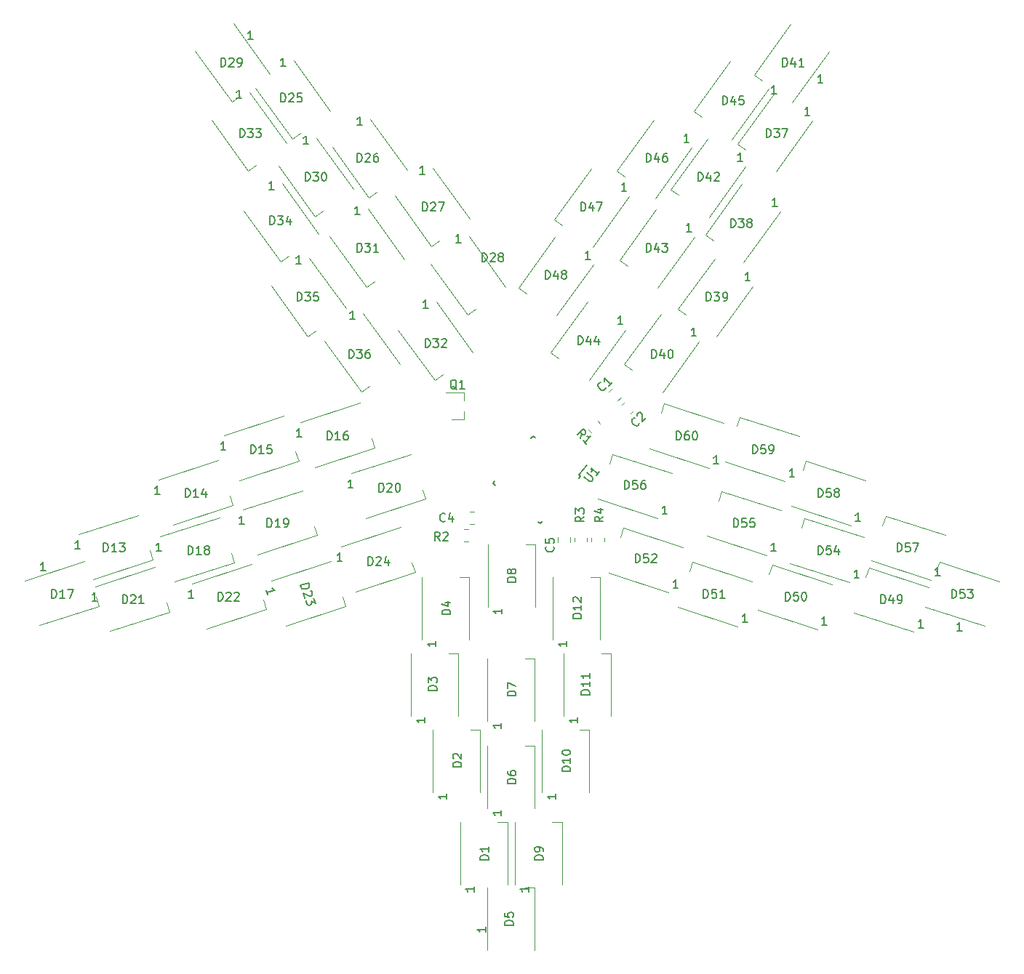
<source format=gbr>
%TF.GenerationSoftware,KiCad,Pcbnew,(5.1.8)-1*%
%TF.CreationDate,2021-10-28T00:16:18+03:00*%
%TF.ProjectId,StarDuino,53746172-4475-4696-9e6f-2e6b69636164,rev?*%
%TF.SameCoordinates,Original*%
%TF.FileFunction,Legend,Top*%
%TF.FilePolarity,Positive*%
%FSLAX46Y46*%
G04 Gerber Fmt 4.6, Leading zero omitted, Abs format (unit mm)*
G04 Created by KiCad (PCBNEW (5.1.8)-1) date 2021-10-28 00:16:18*
%MOMM*%
%LPD*%
G01*
G04 APERTURE LIST*
%ADD10C,0.120000*%
%ADD11C,0.150000*%
G04 APERTURE END LIST*
D10*
%TO.C,R4*%
X114009500Y-101827064D02*
X114009500Y-101372936D01*
X115479500Y-101827064D02*
X115479500Y-101372936D01*
%TO.C,R3*%
X112041000Y-101827064D02*
X112041000Y-101372936D01*
X113511000Y-101827064D02*
X113511000Y-101372936D01*
%TO.C,C5*%
X110072500Y-101861252D02*
X110072500Y-101338748D01*
X111542500Y-101861252D02*
X111542500Y-101338748D01*
%TO.C,R1*%
X115035175Y-88087728D02*
X114714058Y-87766611D01*
X113995728Y-89127175D02*
X113674611Y-88806058D01*
%TO.C,C4*%
X100358752Y-98325000D02*
X99836248Y-98325000D01*
X100358752Y-99795000D02*
X99836248Y-99795000D01*
%TO.C,D30*%
X82000625Y-54813526D02*
X86291457Y-60719350D01*
X77551031Y-58046344D02*
X81841863Y-63952168D01*
X81841863Y-63952168D02*
X82772233Y-63276215D01*
%TO.C,C1*%
X116036920Y-84345633D02*
X116406387Y-83976166D01*
X117076367Y-85385080D02*
X117445834Y-85015613D01*
%TO.C,C2*%
X118571990Y-86937457D02*
X118941457Y-86567990D01*
X117532543Y-85898010D02*
X117902010Y-85528543D01*
%TO.C,Q1*%
X99185000Y-87622500D02*
X97725000Y-87622500D01*
X99185000Y-84462500D02*
X97025000Y-84462500D01*
X99185000Y-84462500D02*
X99185000Y-85392500D01*
X99185000Y-87622500D02*
X99185000Y-86692500D01*
D11*
%TO.C,U1*%
X112567156Y-94023567D02*
X113483129Y-92931953D01*
X108079306Y-99722016D02*
X108288212Y-99473052D01*
X102525484Y-95061806D02*
X102734390Y-94812842D01*
X107185694Y-89507984D02*
X106976788Y-89756948D01*
X112739516Y-94168194D02*
X112530610Y-94417158D01*
X107185694Y-89507984D02*
X107434658Y-89716890D01*
X102525484Y-95061806D02*
X102774448Y-95270712D01*
X108079306Y-99722016D02*
X107830342Y-99513110D01*
X112739516Y-94168194D02*
X112567156Y-94023567D01*
D10*
%TO.C,D1*%
X104248744Y-134510047D02*
X103098744Y-134510047D01*
X104248744Y-141810047D02*
X104248744Y-134510047D01*
X98748744Y-141810047D02*
X98748744Y-134510047D01*
%TO.C,D2*%
X95573744Y-131015046D02*
X95573744Y-123715046D01*
X101073744Y-131015046D02*
X101073744Y-123715046D01*
X101073744Y-123715046D02*
X99923744Y-123715046D01*
%TO.C,D3*%
X98533745Y-114825046D02*
X97383745Y-114825046D01*
X98533745Y-122125046D02*
X98533745Y-114825046D01*
X93033745Y-122125046D02*
X93033745Y-114825046D01*
%TO.C,D4*%
X94303744Y-113235047D02*
X94303744Y-105935047D01*
X99803744Y-113235047D02*
X99803744Y-105935047D01*
X99803744Y-105935047D02*
X98653744Y-105935047D01*
%TO.C,D5*%
X101923743Y-149430046D02*
X101923743Y-142130046D01*
X107423743Y-149430046D02*
X107423743Y-142130046D01*
X107423743Y-142130046D02*
X106273743Y-142130046D01*
%TO.C,D6*%
X107423745Y-125620046D02*
X106273745Y-125620046D01*
X107423745Y-132920046D02*
X107423745Y-125620046D01*
X101923745Y-132920046D02*
X101923745Y-125620046D01*
%TO.C,D7*%
X101923743Y-122760046D02*
X101923743Y-115460046D01*
X107423743Y-122760046D02*
X107423743Y-115460046D01*
X107423743Y-115460046D02*
X106273743Y-115460046D01*
%TO.C,D8*%
X107499944Y-102137747D02*
X106349944Y-102137747D01*
X107499944Y-109437747D02*
X107499944Y-102137747D01*
X101999944Y-109437747D02*
X101999944Y-102137747D01*
%TO.C,D9*%
X110598744Y-134510046D02*
X109448744Y-134510046D01*
X110598744Y-141810046D02*
X110598744Y-134510046D01*
X105098744Y-141810046D02*
X105098744Y-134510046D01*
%TO.C,D10*%
X108273745Y-131015046D02*
X108273745Y-123715046D01*
X113773745Y-131015046D02*
X113773745Y-123715046D01*
X113773745Y-123715046D02*
X112623745Y-123715046D01*
%TO.C,D11*%
X116313744Y-114825046D02*
X115163744Y-114825046D01*
X116313744Y-122125046D02*
X116313744Y-114825046D01*
X110813744Y-122125046D02*
X110813744Y-114825046D01*
%TO.C,D12*%
X109543744Y-113235046D02*
X109543744Y-105935046D01*
X115043744Y-113235046D02*
X115043744Y-105935046D01*
X115043744Y-105935046D02*
X113893744Y-105935046D01*
%TO.C,D13*%
X54316990Y-100986354D02*
X61259703Y-98730530D01*
X56016583Y-106217164D02*
X62959296Y-103961340D01*
X62959296Y-103961340D02*
X62603926Y-102867625D01*
%TO.C,D14*%
X72249297Y-97601339D02*
X71893927Y-96507624D01*
X65306584Y-99857163D02*
X72249297Y-97601339D01*
X63606991Y-94626353D02*
X70549704Y-92370529D01*
%TO.C,D15*%
X71276990Y-89466354D02*
X78219703Y-87210530D01*
X72976583Y-94697164D02*
X79919296Y-92441340D01*
X79919296Y-92441340D02*
X79563926Y-91347625D01*
%TO.C,D16*%
X88759296Y-90901339D02*
X88403926Y-89807624D01*
X81816583Y-93157163D02*
X88759296Y-90901339D01*
X80116990Y-87926353D02*
X87059703Y-85670529D01*
%TO.C,D17*%
X56699296Y-109331340D02*
X56343926Y-108237625D01*
X49756583Y-111587164D02*
X56699296Y-109331340D01*
X48056990Y-106356354D02*
X54999703Y-104100530D01*
%TO.C,D18*%
X63756990Y-101256353D02*
X70699703Y-99000529D01*
X65456583Y-106487163D02*
X72399296Y-104231339D01*
X72399296Y-104231339D02*
X72043926Y-103137624D01*
%TO.C,D19*%
X82059298Y-101091339D02*
X81703928Y-99997624D01*
X75116585Y-103347163D02*
X82059298Y-101091339D01*
X73416992Y-98116353D02*
X80359705Y-95860529D01*
%TO.C,D20*%
X86077791Y-93886252D02*
X93020504Y-91630428D01*
X87777384Y-99117062D02*
X94720097Y-96861238D01*
X94720097Y-96861238D02*
X94364727Y-95767523D01*
%TO.C,D21*%
X56276990Y-107026354D02*
X63219703Y-104770530D01*
X57976583Y-112257164D02*
X64919296Y-110001340D01*
X64919296Y-110001340D02*
X64563926Y-108907625D01*
%TO.C,D22*%
X76169296Y-109681339D02*
X75813926Y-108587624D01*
X69226583Y-111937163D02*
X76169296Y-109681339D01*
X67526990Y-106706353D02*
X74469703Y-104450529D01*
%TO.C,D23*%
X76766992Y-106376354D02*
X83709705Y-104120530D01*
X78466585Y-111607164D02*
X85409298Y-109351340D01*
X85409298Y-109351340D02*
X85053928Y-108257625D01*
%TO.C,D24*%
X93469296Y-105391339D02*
X93113926Y-104297624D01*
X86526583Y-107647163D02*
X93469296Y-105391339D01*
X84826990Y-102416353D02*
X91769703Y-100160529D01*
%TO.C,D25*%
X79181863Y-54892168D02*
X80112233Y-54216215D01*
X74891031Y-48986344D02*
X79181863Y-54892168D01*
X79340625Y-45753526D02*
X83631457Y-51659350D01*
%TO.C,D26*%
X88260625Y-52613526D02*
X92551457Y-58519350D01*
X83811031Y-55846344D02*
X88101863Y-61752168D01*
X88101863Y-61752168D02*
X89032233Y-61076215D01*
%TO.C,D27*%
X95381863Y-67452167D02*
X96312233Y-66776214D01*
X91091031Y-61546343D02*
X95381863Y-67452167D01*
X95540625Y-58313525D02*
X99831457Y-64219349D01*
%TO.C,D28*%
X99581863Y-75392167D02*
X100512233Y-74716214D01*
X95291031Y-69486343D02*
X99581863Y-75392167D01*
X99740625Y-66253525D02*
X104031457Y-72159349D01*
%TO.C,D29*%
X72300624Y-41453526D02*
X76591456Y-47359350D01*
X67851030Y-44686344D02*
X72141862Y-50592168D01*
X72141862Y-50592168D02*
X73072232Y-49916215D01*
%TO.C,D31*%
X87970624Y-63033526D02*
X92261456Y-68939350D01*
X83521030Y-66266344D02*
X87811862Y-72172168D01*
X87811862Y-72172168D02*
X88742232Y-71496215D01*
%TO.C,D32*%
X95780562Y-83052068D02*
X96710932Y-82376115D01*
X91489730Y-77146244D02*
X95780562Y-83052068D01*
X95939324Y-73913426D02*
X100230156Y-79819250D01*
%TO.C,D33*%
X74210626Y-49483525D02*
X78501458Y-55389349D01*
X69761032Y-52716343D02*
X74051864Y-58622167D01*
X74051864Y-58622167D02*
X74982234Y-57946214D01*
%TO.C,D34*%
X77821862Y-69222167D02*
X78752232Y-68546214D01*
X73531030Y-63316343D02*
X77821862Y-69222167D01*
X77980624Y-60083525D02*
X82271456Y-65989349D01*
%TO.C,D35*%
X81150624Y-68763526D02*
X85441456Y-74669350D01*
X76701030Y-71996344D02*
X80991862Y-77902168D01*
X80991862Y-77902168D02*
X81922232Y-77226215D01*
%TO.C,D36*%
X87251863Y-84352167D02*
X88182233Y-83676214D01*
X82961031Y-78446343D02*
X87251863Y-84352167D01*
X87410625Y-75213525D02*
X91701457Y-81119349D01*
%TO.C,D37*%
X139764256Y-52792542D02*
X135473424Y-58698366D01*
X135314662Y-49559724D02*
X131023830Y-55465548D01*
X131023830Y-55465548D02*
X131954200Y-56141501D01*
%TO.C,D38*%
X127253831Y-66065550D02*
X128184201Y-66741503D01*
X131544663Y-60159726D02*
X127253831Y-66065550D01*
X135994257Y-63392544D02*
X131703425Y-69298368D01*
%TO.C,D39*%
X132824256Y-72072544D02*
X128533424Y-77978368D01*
X128374662Y-68839726D02*
X124083830Y-74745550D01*
X124083830Y-74745550D02*
X125014200Y-75421503D01*
%TO.C,D40*%
X117823830Y-81195549D02*
X118754200Y-81871502D01*
X122114662Y-75289725D02*
X117823830Y-81195549D01*
X126564256Y-78522543D02*
X122273424Y-84428367D01*
%TO.C,D41*%
X141674256Y-44762544D02*
X137383424Y-50668368D01*
X137224662Y-41529726D02*
X132933830Y-47435550D01*
X132933830Y-47435550D02*
X133864200Y-48111503D01*
%TO.C,D42*%
X123233832Y-60795550D02*
X124164202Y-61471503D01*
X127524664Y-54889726D02*
X123233832Y-60795550D01*
X131974258Y-58122544D02*
X127683426Y-64028368D01*
%TO.C,D43*%
X126004257Y-66342543D02*
X121713425Y-72248367D01*
X121554663Y-63109725D02*
X117263831Y-69015549D01*
X117263831Y-69015549D02*
X118194201Y-69691502D01*
%TO.C,D44*%
X109269731Y-79819250D02*
X110200101Y-80495203D01*
X113560563Y-73913426D02*
X109269731Y-79819250D01*
X118010157Y-77146244D02*
X113719325Y-83052068D01*
%TO.C,D45*%
X134634256Y-49062544D02*
X130343424Y-54968368D01*
X130184662Y-45829726D02*
X125893830Y-51735550D01*
X125893830Y-51735550D02*
X126824200Y-52411503D01*
%TO.C,D46*%
X116973831Y-58595549D02*
X117904201Y-59271502D01*
X121264663Y-52689725D02*
X116973831Y-58595549D01*
X125714257Y-55922543D02*
X121423425Y-61828367D01*
%TO.C,D47*%
X109693830Y-64295550D02*
X110624200Y-64971503D01*
X113984662Y-58389726D02*
X109693830Y-64295550D01*
X118434256Y-61622544D02*
X114143424Y-67528368D01*
%TO.C,D48*%
X105493831Y-72235550D02*
X106424201Y-72911503D01*
X109784663Y-66329726D02*
X105493831Y-72235550D01*
X114234257Y-69562544D02*
X109943425Y-75468368D01*
%TO.C,D49*%
X151536003Y-112346064D02*
X144593290Y-110090240D01*
X153235596Y-107115254D02*
X146292883Y-104859430D01*
X146292883Y-104859430D02*
X145937514Y-105953145D01*
%TO.C,D50*%
X135042884Y-104539430D02*
X134687515Y-105633145D01*
X141985597Y-106795254D02*
X135042884Y-104539430D01*
X140286004Y-112026064D02*
X133343291Y-109770240D01*
%TO.C,D51*%
X131046002Y-111696064D02*
X124103289Y-109440240D01*
X132745595Y-106465254D02*
X125802882Y-104209430D01*
X125802882Y-104209430D02*
X125447513Y-105303145D01*
%TO.C,D52*%
X117742883Y-100249430D02*
X117387514Y-101343145D01*
X124685596Y-102505254D02*
X117742883Y-100249430D01*
X122986003Y-107736064D02*
X116043290Y-105480240D01*
%TO.C,D53*%
X159756003Y-111676064D02*
X152813290Y-109420240D01*
X161455596Y-106445254D02*
X154512883Y-104189430D01*
X154512883Y-104189430D02*
X154157514Y-105283145D01*
%TO.C,D54*%
X138812884Y-99089430D02*
X138457515Y-100183145D01*
X145755597Y-101345254D02*
X138812884Y-99089430D01*
X144056004Y-106576064D02*
X137113291Y-104320240D01*
%TO.C,D55*%
X134396004Y-103436063D02*
X127453291Y-101180239D01*
X136095597Y-98205253D02*
X129152884Y-95949429D01*
X129152884Y-95949429D02*
X128797515Y-97043144D01*
%TO.C,D56*%
X116479385Y-91630429D02*
X116124016Y-92724144D01*
X123422098Y-93886253D02*
X116479385Y-91630429D01*
X121722505Y-99117063D02*
X114779792Y-96861239D01*
%TO.C,D57*%
X153496004Y-106306063D02*
X146553291Y-104050239D01*
X155195597Y-101075253D02*
X148252884Y-98819429D01*
X148252884Y-98819429D02*
X147897515Y-99913144D01*
%TO.C,D58*%
X144206004Y-99946064D02*
X137263291Y-97690240D01*
X145905597Y-94715254D02*
X138962884Y-92459430D01*
X138962884Y-92459430D02*
X138607515Y-93553145D01*
%TO.C,D59*%
X131292884Y-87299430D02*
X130937515Y-88393145D01*
X138235597Y-89555254D02*
X131292884Y-87299430D01*
X136536004Y-94786064D02*
X129593291Y-92530240D01*
%TO.C,D60*%
X122452885Y-85759429D02*
X122097516Y-86853144D01*
X129395598Y-88015253D02*
X122452885Y-85759429D01*
X127696005Y-93246063D02*
X120753292Y-90990239D01*
%TO.C,R2*%
X99213936Y-101827000D02*
X99668064Y-101827000D01*
X99213936Y-100357000D02*
X99668064Y-100357000D01*
%TO.C,R4*%
D11*
X115387380Y-98909166D02*
X114911190Y-99242500D01*
X115387380Y-99480595D02*
X114387380Y-99480595D01*
X114387380Y-99099642D01*
X114435000Y-99004404D01*
X114482619Y-98956785D01*
X114577857Y-98909166D01*
X114720714Y-98909166D01*
X114815952Y-98956785D01*
X114863571Y-99004404D01*
X114911190Y-99099642D01*
X114911190Y-99480595D01*
X114720714Y-98052023D02*
X115387380Y-98052023D01*
X114339761Y-98290119D02*
X115054047Y-98528214D01*
X115054047Y-97909166D01*
%TO.C,R3*%
X113164880Y-98909166D02*
X112688690Y-99242500D01*
X113164880Y-99480595D02*
X112164880Y-99480595D01*
X112164880Y-99099642D01*
X112212500Y-99004404D01*
X112260119Y-98956785D01*
X112355357Y-98909166D01*
X112498214Y-98909166D01*
X112593452Y-98956785D01*
X112641071Y-99004404D01*
X112688690Y-99099642D01*
X112688690Y-99480595D01*
X112164880Y-98575833D02*
X112164880Y-97956785D01*
X112545833Y-98290119D01*
X112545833Y-98147261D01*
X112593452Y-98052023D01*
X112641071Y-98004404D01*
X112736309Y-97956785D01*
X112974404Y-97956785D01*
X113069642Y-98004404D01*
X113117261Y-98052023D01*
X113164880Y-98147261D01*
X113164880Y-98432976D01*
X113117261Y-98528214D01*
X113069642Y-98575833D01*
%TO.C,C5*%
X109577142Y-102401666D02*
X109624761Y-102449285D01*
X109672380Y-102592142D01*
X109672380Y-102687380D01*
X109624761Y-102830238D01*
X109529523Y-102925476D01*
X109434285Y-102973095D01*
X109243809Y-103020714D01*
X109100952Y-103020714D01*
X108910476Y-102973095D01*
X108815238Y-102925476D01*
X108720000Y-102830238D01*
X108672380Y-102687380D01*
X108672380Y-102592142D01*
X108720000Y-102449285D01*
X108767619Y-102401666D01*
X108672380Y-101496904D02*
X108672380Y-101973095D01*
X109148571Y-102020714D01*
X109100952Y-101973095D01*
X109053333Y-101877857D01*
X109053333Y-101639761D01*
X109100952Y-101544523D01*
X109148571Y-101496904D01*
X109243809Y-101449285D01*
X109481904Y-101449285D01*
X109577142Y-101496904D01*
X109624761Y-101544523D01*
X109672380Y-101639761D01*
X109672380Y-101877857D01*
X109624761Y-101973095D01*
X109577142Y-102020714D01*
%TO.C,R1*%
X112750434Y-89815649D02*
X112851449Y-89243229D01*
X112346373Y-89411588D02*
X113053479Y-88704481D01*
X113322854Y-88973855D01*
X113356525Y-89074870D01*
X113356525Y-89142214D01*
X113322854Y-89243229D01*
X113221838Y-89344244D01*
X113120823Y-89377916D01*
X113053479Y-89377916D01*
X112952464Y-89344244D01*
X112683090Y-89074870D01*
X113423869Y-90489084D02*
X113019808Y-90085023D01*
X113221838Y-90287054D02*
X113928945Y-89579947D01*
X113760586Y-89613619D01*
X113625899Y-89613619D01*
X113524884Y-89579947D01*
%TO.C,C4*%
X96988333Y-99417142D02*
X96940714Y-99464761D01*
X96797857Y-99512380D01*
X96702619Y-99512380D01*
X96559761Y-99464761D01*
X96464523Y-99369523D01*
X96416904Y-99274285D01*
X96369285Y-99083809D01*
X96369285Y-98940952D01*
X96416904Y-98750476D01*
X96464523Y-98655238D01*
X96559761Y-98560000D01*
X96702619Y-98512380D01*
X96797857Y-98512380D01*
X96940714Y-98560000D01*
X96988333Y-98607619D01*
X97845476Y-98845714D02*
X97845476Y-99512380D01*
X97607380Y-98464761D02*
X97369285Y-99179047D01*
X97988333Y-99179047D01*
%TO.C,D30*%
X80700714Y-59824880D02*
X80700714Y-58824880D01*
X80938809Y-58824880D01*
X81081666Y-58872500D01*
X81176904Y-58967738D01*
X81224523Y-59062976D01*
X81272142Y-59253452D01*
X81272142Y-59396309D01*
X81224523Y-59586785D01*
X81176904Y-59682023D01*
X81081666Y-59777261D01*
X80938809Y-59824880D01*
X80700714Y-59824880D01*
X81605476Y-58824880D02*
X82224523Y-58824880D01*
X81891190Y-59205833D01*
X82034047Y-59205833D01*
X82129285Y-59253452D01*
X82176904Y-59301071D01*
X82224523Y-59396309D01*
X82224523Y-59634404D01*
X82176904Y-59729642D01*
X82129285Y-59777261D01*
X82034047Y-59824880D01*
X81748333Y-59824880D01*
X81653095Y-59777261D01*
X81605476Y-59729642D01*
X82843571Y-58824880D02*
X82938809Y-58824880D01*
X83034047Y-58872500D01*
X83081666Y-58920119D01*
X83129285Y-59015357D01*
X83176904Y-59205833D01*
X83176904Y-59443928D01*
X83129285Y-59634404D01*
X83081666Y-59729642D01*
X83034047Y-59777261D01*
X82938809Y-59824880D01*
X82843571Y-59824880D01*
X82748333Y-59777261D01*
X82700714Y-59729642D01*
X82653095Y-59634404D01*
X82605476Y-59443928D01*
X82605476Y-59205833D01*
X82653095Y-59015357D01*
X82700714Y-58920119D01*
X82748333Y-58872500D01*
X82843571Y-58824880D01*
X81062076Y-55537350D02*
X80490647Y-55537350D01*
X80776362Y-55537350D02*
X80776362Y-54537350D01*
X80681123Y-54680208D01*
X80585885Y-54775446D01*
X80490647Y-54823065D01*
%TO.C,C1*%
X115688125Y-83863073D02*
X115688125Y-83930416D01*
X115620781Y-84065103D01*
X115553438Y-84132447D01*
X115418750Y-84199790D01*
X115284063Y-84199790D01*
X115183048Y-84166119D01*
X115014689Y-84065103D01*
X114913674Y-83964088D01*
X114812659Y-83795729D01*
X114778987Y-83694714D01*
X114778987Y-83560027D01*
X114846331Y-83425340D01*
X114913674Y-83357996D01*
X115048361Y-83290653D01*
X115115705Y-83290653D01*
X116428903Y-83256981D02*
X116024842Y-83661042D01*
X116226873Y-83459012D02*
X115519766Y-82751905D01*
X115553438Y-82920264D01*
X115553438Y-83054951D01*
X115519766Y-83155966D01*
%TO.C,C2*%
X119604687Y-87990389D02*
X119604687Y-88057732D01*
X119537343Y-88192419D01*
X119470000Y-88259763D01*
X119335312Y-88327106D01*
X119200625Y-88327106D01*
X119099610Y-88293435D01*
X118931251Y-88192419D01*
X118830236Y-88091404D01*
X118729221Y-87923045D01*
X118695549Y-87822030D01*
X118695549Y-87687343D01*
X118762893Y-87552656D01*
X118830236Y-87485312D01*
X118964923Y-87417969D01*
X119032267Y-87417969D01*
X119301641Y-87148595D02*
X119301641Y-87081251D01*
X119335312Y-86980236D01*
X119503671Y-86811877D01*
X119604687Y-86778206D01*
X119672030Y-86778206D01*
X119773045Y-86811877D01*
X119840389Y-86879221D01*
X119907732Y-87013908D01*
X119907732Y-87822030D01*
X120345465Y-87384297D01*
%TO.C,Q1*%
X98329761Y-84090119D02*
X98234523Y-84042500D01*
X98139285Y-83947261D01*
X97996428Y-83804404D01*
X97901190Y-83756785D01*
X97805952Y-83756785D01*
X97853571Y-83994880D02*
X97758333Y-83947261D01*
X97663095Y-83852023D01*
X97615476Y-83661547D01*
X97615476Y-83328214D01*
X97663095Y-83137738D01*
X97758333Y-83042500D01*
X97853571Y-82994880D01*
X98044047Y-82994880D01*
X98139285Y-83042500D01*
X98234523Y-83137738D01*
X98282142Y-83328214D01*
X98282142Y-83661547D01*
X98234523Y-83852023D01*
X98139285Y-83947261D01*
X98044047Y-83994880D01*
X97853571Y-83994880D01*
X99234523Y-83994880D02*
X98663095Y-83994880D01*
X98948809Y-83994880D02*
X98948809Y-82994880D01*
X98853571Y-83137738D01*
X98758333Y-83232976D01*
X98663095Y-83280595D01*
%TO.C,U1*%
X113150756Y-94251650D02*
X113770887Y-94772002D01*
X113874453Y-94796741D01*
X113941540Y-94790872D01*
X114039236Y-94748524D01*
X114161672Y-94602611D01*
X114186412Y-94499045D01*
X114180542Y-94431958D01*
X114138194Y-94334262D01*
X113518063Y-93813910D01*
X114926895Y-93690653D02*
X114559588Y-94128393D01*
X114743242Y-93909523D02*
X113977197Y-93266735D01*
X114025414Y-93431519D01*
X114037153Y-93565693D01*
X114012413Y-93669259D01*
%TO.C,D1*%
X102052380Y-138898142D02*
X101052380Y-138898142D01*
X101052380Y-138660047D01*
X101100000Y-138517189D01*
X101195238Y-138421951D01*
X101290476Y-138374332D01*
X101480952Y-138326713D01*
X101623809Y-138326713D01*
X101814285Y-138374332D01*
X101909523Y-138421951D01*
X102004761Y-138517189D01*
X102052380Y-138660047D01*
X102052380Y-138898142D01*
X102052380Y-137374332D02*
X102052380Y-137945761D01*
X102052380Y-137660047D02*
X101052380Y-137660047D01*
X101195238Y-137755285D01*
X101290476Y-137850523D01*
X101338095Y-137945761D01*
X100351124Y-142024332D02*
X100351124Y-142595761D01*
X100351124Y-142310047D02*
X99351124Y-142310047D01*
X99493982Y-142405285D01*
X99589220Y-142500523D01*
X99636839Y-142595761D01*
%TO.C,D2*%
X98877380Y-128055595D02*
X97877380Y-128055595D01*
X97877380Y-127817500D01*
X97925000Y-127674642D01*
X98020238Y-127579404D01*
X98115476Y-127531785D01*
X98305952Y-127484166D01*
X98448809Y-127484166D01*
X98639285Y-127531785D01*
X98734523Y-127579404D01*
X98829761Y-127674642D01*
X98877380Y-127817500D01*
X98877380Y-128055595D01*
X97972619Y-127103214D02*
X97925000Y-127055595D01*
X97877380Y-126960357D01*
X97877380Y-126722261D01*
X97925000Y-126627023D01*
X97972619Y-126579404D01*
X98067857Y-126531785D01*
X98163095Y-126531785D01*
X98305952Y-126579404D01*
X98877380Y-127150833D01*
X98877380Y-126531785D01*
X97176124Y-131229331D02*
X97176124Y-131800760D01*
X97176124Y-131515046D02*
X96176124Y-131515046D01*
X96318982Y-131610284D01*
X96414220Y-131705522D01*
X96461839Y-131800760D01*
%TO.C,D3*%
X96019880Y-119165595D02*
X95019880Y-119165595D01*
X95019880Y-118927500D01*
X95067500Y-118784642D01*
X95162738Y-118689404D01*
X95257976Y-118641785D01*
X95448452Y-118594166D01*
X95591309Y-118594166D01*
X95781785Y-118641785D01*
X95877023Y-118689404D01*
X95972261Y-118784642D01*
X96019880Y-118927500D01*
X96019880Y-119165595D01*
X95019880Y-118260833D02*
X95019880Y-117641785D01*
X95400833Y-117975119D01*
X95400833Y-117832261D01*
X95448452Y-117737023D01*
X95496071Y-117689404D01*
X95591309Y-117641785D01*
X95829404Y-117641785D01*
X95924642Y-117689404D01*
X95972261Y-117737023D01*
X96019880Y-117832261D01*
X96019880Y-118117976D01*
X95972261Y-118213214D01*
X95924642Y-118260833D01*
X94636125Y-122339331D02*
X94636125Y-122910760D01*
X94636125Y-122625046D02*
X93636125Y-122625046D01*
X93778983Y-122720284D01*
X93874221Y-122815522D01*
X93921840Y-122910760D01*
%TO.C,D4*%
X97607380Y-110323142D02*
X96607380Y-110323142D01*
X96607380Y-110085047D01*
X96655000Y-109942189D01*
X96750238Y-109846951D01*
X96845476Y-109799332D01*
X97035952Y-109751713D01*
X97178809Y-109751713D01*
X97369285Y-109799332D01*
X97464523Y-109846951D01*
X97559761Y-109942189D01*
X97607380Y-110085047D01*
X97607380Y-110323142D01*
X96940714Y-108894570D02*
X97607380Y-108894570D01*
X96559761Y-109132666D02*
X97274047Y-109370761D01*
X97274047Y-108751713D01*
X95906124Y-113449332D02*
X95906124Y-114020761D01*
X95906124Y-113735047D02*
X94906124Y-113735047D01*
X95048982Y-113830285D01*
X95144220Y-113925523D01*
X95191839Y-114020761D01*
%TO.C,D5*%
X104909880Y-146518141D02*
X103909880Y-146518141D01*
X103909880Y-146280046D01*
X103957500Y-146137188D01*
X104052738Y-146041950D01*
X104147976Y-145994331D01*
X104338452Y-145946712D01*
X104481309Y-145946712D01*
X104671785Y-145994331D01*
X104767023Y-146041950D01*
X104862261Y-146137188D01*
X104909880Y-146280046D01*
X104909880Y-146518141D01*
X103909880Y-145041950D02*
X103909880Y-145518141D01*
X104386071Y-145565760D01*
X104338452Y-145518141D01*
X104290833Y-145422903D01*
X104290833Y-145184807D01*
X104338452Y-145089569D01*
X104386071Y-145041950D01*
X104481309Y-144994331D01*
X104719404Y-144994331D01*
X104814642Y-145041950D01*
X104862261Y-145089569D01*
X104909880Y-145184807D01*
X104909880Y-145422903D01*
X104862261Y-145518141D01*
X104814642Y-145565760D01*
X101734880Y-146716785D02*
X101734880Y-147288214D01*
X101734880Y-147002500D02*
X100734880Y-147002500D01*
X100877738Y-147097738D01*
X100972976Y-147192976D01*
X101020595Y-147288214D01*
%TO.C,D6*%
X105227380Y-130008141D02*
X104227380Y-130008141D01*
X104227380Y-129770046D01*
X104275000Y-129627188D01*
X104370238Y-129531950D01*
X104465476Y-129484331D01*
X104655952Y-129436712D01*
X104798809Y-129436712D01*
X104989285Y-129484331D01*
X105084523Y-129531950D01*
X105179761Y-129627188D01*
X105227380Y-129770046D01*
X105227380Y-130008141D01*
X104227380Y-128579569D02*
X104227380Y-128770046D01*
X104275000Y-128865284D01*
X104322619Y-128912903D01*
X104465476Y-129008141D01*
X104655952Y-129055760D01*
X105036904Y-129055760D01*
X105132142Y-129008141D01*
X105179761Y-128960522D01*
X105227380Y-128865284D01*
X105227380Y-128674807D01*
X105179761Y-128579569D01*
X105132142Y-128531950D01*
X105036904Y-128484331D01*
X104798809Y-128484331D01*
X104703571Y-128531950D01*
X104655952Y-128579569D01*
X104608333Y-128674807D01*
X104608333Y-128865284D01*
X104655952Y-128960522D01*
X104703571Y-129008141D01*
X104798809Y-129055760D01*
X103526125Y-133134331D02*
X103526125Y-133705760D01*
X103526125Y-133420046D02*
X102526125Y-133420046D01*
X102668983Y-133515284D01*
X102764221Y-133610522D01*
X102811840Y-133705760D01*
%TO.C,D7*%
X105227380Y-119800595D02*
X104227380Y-119800595D01*
X104227380Y-119562500D01*
X104275000Y-119419642D01*
X104370238Y-119324404D01*
X104465476Y-119276785D01*
X104655952Y-119229166D01*
X104798809Y-119229166D01*
X104989285Y-119276785D01*
X105084523Y-119324404D01*
X105179761Y-119419642D01*
X105227380Y-119562500D01*
X105227380Y-119800595D01*
X104227380Y-118895833D02*
X104227380Y-118229166D01*
X105227380Y-118657738D01*
X103526123Y-122974331D02*
X103526123Y-123545760D01*
X103526123Y-123260046D02*
X102526123Y-123260046D01*
X102668981Y-123355284D01*
X102764219Y-123450522D01*
X102811838Y-123545760D01*
%TO.C,D8*%
X105227380Y-106525842D02*
X104227380Y-106525842D01*
X104227380Y-106287747D01*
X104275000Y-106144889D01*
X104370238Y-106049651D01*
X104465476Y-106002032D01*
X104655952Y-105954413D01*
X104798809Y-105954413D01*
X104989285Y-106002032D01*
X105084523Y-106049651D01*
X105179761Y-106144889D01*
X105227380Y-106287747D01*
X105227380Y-106525842D01*
X104655952Y-105382985D02*
X104608333Y-105478223D01*
X104560714Y-105525842D01*
X104465476Y-105573461D01*
X104417857Y-105573461D01*
X104322619Y-105525842D01*
X104275000Y-105478223D01*
X104227380Y-105382985D01*
X104227380Y-105192508D01*
X104275000Y-105097270D01*
X104322619Y-105049651D01*
X104417857Y-105002032D01*
X104465476Y-105002032D01*
X104560714Y-105049651D01*
X104608333Y-105097270D01*
X104655952Y-105192508D01*
X104655952Y-105382985D01*
X104703571Y-105478223D01*
X104751190Y-105525842D01*
X104846428Y-105573461D01*
X105036904Y-105573461D01*
X105132142Y-105525842D01*
X105179761Y-105478223D01*
X105227380Y-105382985D01*
X105227380Y-105192508D01*
X105179761Y-105097270D01*
X105132142Y-105049651D01*
X105036904Y-105002032D01*
X104846428Y-105002032D01*
X104751190Y-105049651D01*
X104703571Y-105097270D01*
X104655952Y-105192508D01*
X103602324Y-109652032D02*
X103602324Y-110223461D01*
X103602324Y-109937747D02*
X102602324Y-109937747D01*
X102745182Y-110032985D01*
X102840420Y-110128223D01*
X102888039Y-110223461D01*
%TO.C,D9*%
X108402380Y-138898141D02*
X107402380Y-138898141D01*
X107402380Y-138660046D01*
X107450000Y-138517188D01*
X107545238Y-138421950D01*
X107640476Y-138374331D01*
X107830952Y-138326712D01*
X107973809Y-138326712D01*
X108164285Y-138374331D01*
X108259523Y-138421950D01*
X108354761Y-138517188D01*
X108402380Y-138660046D01*
X108402380Y-138898141D01*
X108402380Y-137850522D02*
X108402380Y-137660046D01*
X108354761Y-137564807D01*
X108307142Y-137517188D01*
X108164285Y-137421950D01*
X107973809Y-137374331D01*
X107592857Y-137374331D01*
X107497619Y-137421950D01*
X107450000Y-137469569D01*
X107402380Y-137564807D01*
X107402380Y-137755284D01*
X107450000Y-137850522D01*
X107497619Y-137898141D01*
X107592857Y-137945760D01*
X107830952Y-137945760D01*
X107926190Y-137898141D01*
X107973809Y-137850522D01*
X108021428Y-137755284D01*
X108021428Y-137564807D01*
X107973809Y-137469569D01*
X107926190Y-137421950D01*
X107830952Y-137374331D01*
X106701124Y-142024331D02*
X106701124Y-142595760D01*
X106701124Y-142310046D02*
X105701124Y-142310046D01*
X105843982Y-142405284D01*
X105939220Y-142500522D01*
X105986839Y-142595760D01*
%TO.C,D10*%
X111577380Y-128579331D02*
X110577380Y-128579331D01*
X110577380Y-128341236D01*
X110625000Y-128198379D01*
X110720238Y-128103141D01*
X110815476Y-128055522D01*
X111005952Y-128007903D01*
X111148809Y-128007903D01*
X111339285Y-128055522D01*
X111434523Y-128103141D01*
X111529761Y-128198379D01*
X111577380Y-128341236D01*
X111577380Y-128579331D01*
X111577380Y-127055522D02*
X111577380Y-127626950D01*
X111577380Y-127341236D02*
X110577380Y-127341236D01*
X110720238Y-127436474D01*
X110815476Y-127531712D01*
X110863095Y-127626950D01*
X110577380Y-126436474D02*
X110577380Y-126341236D01*
X110625000Y-126245998D01*
X110672619Y-126198379D01*
X110767857Y-126150760D01*
X110958333Y-126103141D01*
X111196428Y-126103141D01*
X111386904Y-126150760D01*
X111482142Y-126198379D01*
X111529761Y-126245998D01*
X111577380Y-126341236D01*
X111577380Y-126436474D01*
X111529761Y-126531712D01*
X111482142Y-126579331D01*
X111386904Y-126626950D01*
X111196428Y-126674569D01*
X110958333Y-126674569D01*
X110767857Y-126626950D01*
X110672619Y-126579331D01*
X110625000Y-126531712D01*
X110577380Y-126436474D01*
X109876125Y-131229331D02*
X109876125Y-131800760D01*
X109876125Y-131515046D02*
X108876125Y-131515046D01*
X109018983Y-131610284D01*
X109114221Y-131705522D01*
X109161840Y-131800760D01*
%TO.C,D11*%
X113799880Y-119641785D02*
X112799880Y-119641785D01*
X112799880Y-119403690D01*
X112847500Y-119260833D01*
X112942738Y-119165595D01*
X113037976Y-119117976D01*
X113228452Y-119070357D01*
X113371309Y-119070357D01*
X113561785Y-119117976D01*
X113657023Y-119165595D01*
X113752261Y-119260833D01*
X113799880Y-119403690D01*
X113799880Y-119641785D01*
X113799880Y-118117976D02*
X113799880Y-118689404D01*
X113799880Y-118403690D02*
X112799880Y-118403690D01*
X112942738Y-118498928D01*
X113037976Y-118594166D01*
X113085595Y-118689404D01*
X113799880Y-117165595D02*
X113799880Y-117737023D01*
X113799880Y-117451309D02*
X112799880Y-117451309D01*
X112942738Y-117546547D01*
X113037976Y-117641785D01*
X113085595Y-117737023D01*
X112416124Y-122339331D02*
X112416124Y-122910760D01*
X112416124Y-122625046D02*
X111416124Y-122625046D01*
X111558982Y-122720284D01*
X111654220Y-122815522D01*
X111701839Y-122910760D01*
%TO.C,D12*%
X112847380Y-110751785D02*
X111847380Y-110751785D01*
X111847380Y-110513690D01*
X111895000Y-110370833D01*
X111990238Y-110275595D01*
X112085476Y-110227976D01*
X112275952Y-110180357D01*
X112418809Y-110180357D01*
X112609285Y-110227976D01*
X112704523Y-110275595D01*
X112799761Y-110370833D01*
X112847380Y-110513690D01*
X112847380Y-110751785D01*
X112847380Y-109227976D02*
X112847380Y-109799404D01*
X112847380Y-109513690D02*
X111847380Y-109513690D01*
X111990238Y-109608928D01*
X112085476Y-109704166D01*
X112133095Y-109799404D01*
X111942619Y-108847023D02*
X111895000Y-108799404D01*
X111847380Y-108704166D01*
X111847380Y-108466071D01*
X111895000Y-108370833D01*
X111942619Y-108323214D01*
X112037857Y-108275595D01*
X112133095Y-108275595D01*
X112275952Y-108323214D01*
X112847380Y-108894642D01*
X112847380Y-108275595D01*
X111146124Y-113449331D02*
X111146124Y-114020760D01*
X111146124Y-113735046D02*
X110146124Y-113735046D01*
X110288982Y-113830284D01*
X110384220Y-113925522D01*
X110431839Y-114020760D01*
%TO.C,D13*%
X57205715Y-103004880D02*
X57205715Y-102004880D01*
X57443810Y-102004880D01*
X57586667Y-102052500D01*
X57681905Y-102147738D01*
X57729524Y-102242976D01*
X57777143Y-102433452D01*
X57777143Y-102576309D01*
X57729524Y-102766785D01*
X57681905Y-102862023D01*
X57586667Y-102957261D01*
X57443810Y-103004880D01*
X57205715Y-103004880D01*
X58729524Y-103004880D02*
X58158096Y-103004880D01*
X58443810Y-103004880D02*
X58443810Y-102004880D01*
X58348572Y-102147738D01*
X58253334Y-102242976D01*
X58158096Y-102290595D01*
X59062858Y-102004880D02*
X59681905Y-102004880D01*
X59348572Y-102385833D01*
X59491429Y-102385833D01*
X59586667Y-102433452D01*
X59634286Y-102481071D01*
X59681905Y-102576309D01*
X59681905Y-102814404D01*
X59634286Y-102909642D01*
X59586667Y-102957261D01*
X59491429Y-103004880D01*
X59205715Y-103004880D01*
X59110477Y-102957261D01*
X59062858Y-102909642D01*
X54482545Y-102686957D02*
X53911116Y-102686957D01*
X54196831Y-102686957D02*
X54196831Y-101686957D01*
X54101592Y-101829815D01*
X54006354Y-101925053D01*
X53911116Y-101972672D01*
%TO.C,D14*%
X66730714Y-96654880D02*
X66730714Y-95654880D01*
X66968809Y-95654880D01*
X67111666Y-95702500D01*
X67206904Y-95797738D01*
X67254523Y-95892976D01*
X67302142Y-96083452D01*
X67302142Y-96226309D01*
X67254523Y-96416785D01*
X67206904Y-96512023D01*
X67111666Y-96607261D01*
X66968809Y-96654880D01*
X66730714Y-96654880D01*
X68254523Y-96654880D02*
X67683095Y-96654880D01*
X67968809Y-96654880D02*
X67968809Y-95654880D01*
X67873571Y-95797738D01*
X67778333Y-95892976D01*
X67683095Y-95940595D01*
X69111666Y-95988214D02*
X69111666Y-96654880D01*
X68873571Y-95607261D02*
X68635476Y-96321547D01*
X69254523Y-96321547D01*
X63772546Y-96326956D02*
X63201117Y-96326956D01*
X63486832Y-96326956D02*
X63486832Y-95326956D01*
X63391593Y-95469814D01*
X63296355Y-95565052D01*
X63201117Y-95612671D01*
%TO.C,D15*%
X74350714Y-91574880D02*
X74350714Y-90574880D01*
X74588809Y-90574880D01*
X74731666Y-90622500D01*
X74826904Y-90717738D01*
X74874523Y-90812976D01*
X74922142Y-91003452D01*
X74922142Y-91146309D01*
X74874523Y-91336785D01*
X74826904Y-91432023D01*
X74731666Y-91527261D01*
X74588809Y-91574880D01*
X74350714Y-91574880D01*
X75874523Y-91574880D02*
X75303095Y-91574880D01*
X75588809Y-91574880D02*
X75588809Y-90574880D01*
X75493571Y-90717738D01*
X75398333Y-90812976D01*
X75303095Y-90860595D01*
X76779285Y-90574880D02*
X76303095Y-90574880D01*
X76255476Y-91051071D01*
X76303095Y-91003452D01*
X76398333Y-90955833D01*
X76636428Y-90955833D01*
X76731666Y-91003452D01*
X76779285Y-91051071D01*
X76826904Y-91146309D01*
X76826904Y-91384404D01*
X76779285Y-91479642D01*
X76731666Y-91527261D01*
X76636428Y-91574880D01*
X76398333Y-91574880D01*
X76303095Y-91527261D01*
X76255476Y-91479642D01*
X71442545Y-91166957D02*
X70871116Y-91166957D01*
X71156831Y-91166957D02*
X71156831Y-90166957D01*
X71061592Y-90309815D01*
X70966354Y-90405053D01*
X70871116Y-90452672D01*
%TO.C,D16*%
X83240714Y-89987380D02*
X83240714Y-88987380D01*
X83478809Y-88987380D01*
X83621666Y-89035000D01*
X83716904Y-89130238D01*
X83764523Y-89225476D01*
X83812142Y-89415952D01*
X83812142Y-89558809D01*
X83764523Y-89749285D01*
X83716904Y-89844523D01*
X83621666Y-89939761D01*
X83478809Y-89987380D01*
X83240714Y-89987380D01*
X84764523Y-89987380D02*
X84193095Y-89987380D01*
X84478809Y-89987380D02*
X84478809Y-88987380D01*
X84383571Y-89130238D01*
X84288333Y-89225476D01*
X84193095Y-89273095D01*
X85621666Y-88987380D02*
X85431190Y-88987380D01*
X85335952Y-89035000D01*
X85288333Y-89082619D01*
X85193095Y-89225476D01*
X85145476Y-89415952D01*
X85145476Y-89796904D01*
X85193095Y-89892142D01*
X85240714Y-89939761D01*
X85335952Y-89987380D01*
X85526428Y-89987380D01*
X85621666Y-89939761D01*
X85669285Y-89892142D01*
X85716904Y-89796904D01*
X85716904Y-89558809D01*
X85669285Y-89463571D01*
X85621666Y-89415952D01*
X85526428Y-89368333D01*
X85335952Y-89368333D01*
X85240714Y-89415952D01*
X85193095Y-89463571D01*
X85145476Y-89558809D01*
X80282545Y-89626956D02*
X79711116Y-89626956D01*
X79996831Y-89626956D02*
X79996831Y-88626956D01*
X79901592Y-88769814D01*
X79806354Y-88865052D01*
X79711116Y-88912671D01*
%TO.C,D17*%
X51173214Y-108402380D02*
X51173214Y-107402380D01*
X51411309Y-107402380D01*
X51554166Y-107450000D01*
X51649404Y-107545238D01*
X51697023Y-107640476D01*
X51744642Y-107830952D01*
X51744642Y-107973809D01*
X51697023Y-108164285D01*
X51649404Y-108259523D01*
X51554166Y-108354761D01*
X51411309Y-108402380D01*
X51173214Y-108402380D01*
X52697023Y-108402380D02*
X52125595Y-108402380D01*
X52411309Y-108402380D02*
X52411309Y-107402380D01*
X52316071Y-107545238D01*
X52220833Y-107640476D01*
X52125595Y-107688095D01*
X53030357Y-107402380D02*
X53697023Y-107402380D01*
X53268452Y-108402380D01*
X50450714Y-105227380D02*
X49879285Y-105227380D01*
X50165000Y-105227380D02*
X50165000Y-104227380D01*
X50069761Y-104370238D01*
X49974523Y-104465476D01*
X49879285Y-104513095D01*
%TO.C,D18*%
X67048214Y-103322380D02*
X67048214Y-102322380D01*
X67286309Y-102322380D01*
X67429166Y-102370000D01*
X67524404Y-102465238D01*
X67572023Y-102560476D01*
X67619642Y-102750952D01*
X67619642Y-102893809D01*
X67572023Y-103084285D01*
X67524404Y-103179523D01*
X67429166Y-103274761D01*
X67286309Y-103322380D01*
X67048214Y-103322380D01*
X68572023Y-103322380D02*
X68000595Y-103322380D01*
X68286309Y-103322380D02*
X68286309Y-102322380D01*
X68191071Y-102465238D01*
X68095833Y-102560476D01*
X68000595Y-102608095D01*
X69143452Y-102750952D02*
X69048214Y-102703333D01*
X69000595Y-102655714D01*
X68952976Y-102560476D01*
X68952976Y-102512857D01*
X69000595Y-102417619D01*
X69048214Y-102370000D01*
X69143452Y-102322380D01*
X69333928Y-102322380D01*
X69429166Y-102370000D01*
X69476785Y-102417619D01*
X69524404Y-102512857D01*
X69524404Y-102560476D01*
X69476785Y-102655714D01*
X69429166Y-102703333D01*
X69333928Y-102750952D01*
X69143452Y-102750952D01*
X69048214Y-102798571D01*
X69000595Y-102846190D01*
X68952976Y-102941428D01*
X68952976Y-103131904D01*
X69000595Y-103227142D01*
X69048214Y-103274761D01*
X69143452Y-103322380D01*
X69333928Y-103322380D01*
X69429166Y-103274761D01*
X69476785Y-103227142D01*
X69524404Y-103131904D01*
X69524404Y-102941428D01*
X69476785Y-102846190D01*
X69429166Y-102798571D01*
X69333928Y-102750952D01*
X63922545Y-102956956D02*
X63351116Y-102956956D01*
X63636831Y-102956956D02*
X63636831Y-101956956D01*
X63541592Y-102099814D01*
X63446354Y-102195052D01*
X63351116Y-102242671D01*
%TO.C,D19*%
X76255714Y-100147380D02*
X76255714Y-99147380D01*
X76493809Y-99147380D01*
X76636666Y-99195000D01*
X76731904Y-99290238D01*
X76779523Y-99385476D01*
X76827142Y-99575952D01*
X76827142Y-99718809D01*
X76779523Y-99909285D01*
X76731904Y-100004523D01*
X76636666Y-100099761D01*
X76493809Y-100147380D01*
X76255714Y-100147380D01*
X77779523Y-100147380D02*
X77208095Y-100147380D01*
X77493809Y-100147380D02*
X77493809Y-99147380D01*
X77398571Y-99290238D01*
X77303333Y-99385476D01*
X77208095Y-99433095D01*
X78255714Y-100147380D02*
X78446190Y-100147380D01*
X78541428Y-100099761D01*
X78589047Y-100052142D01*
X78684285Y-99909285D01*
X78731904Y-99718809D01*
X78731904Y-99337857D01*
X78684285Y-99242619D01*
X78636666Y-99195000D01*
X78541428Y-99147380D01*
X78350952Y-99147380D01*
X78255714Y-99195000D01*
X78208095Y-99242619D01*
X78160476Y-99337857D01*
X78160476Y-99575952D01*
X78208095Y-99671190D01*
X78255714Y-99718809D01*
X78350952Y-99766428D01*
X78541428Y-99766428D01*
X78636666Y-99718809D01*
X78684285Y-99671190D01*
X78731904Y-99575952D01*
X73582547Y-99816956D02*
X73011118Y-99816956D01*
X73296833Y-99816956D02*
X73296833Y-98816956D01*
X73201594Y-98959814D01*
X73106356Y-99055052D01*
X73011118Y-99102671D01*
%TO.C,D20*%
X89273214Y-96019880D02*
X89273214Y-95019880D01*
X89511309Y-95019880D01*
X89654166Y-95067500D01*
X89749404Y-95162738D01*
X89797023Y-95257976D01*
X89844642Y-95448452D01*
X89844642Y-95591309D01*
X89797023Y-95781785D01*
X89749404Y-95877023D01*
X89654166Y-95972261D01*
X89511309Y-96019880D01*
X89273214Y-96019880D01*
X90225595Y-95115119D02*
X90273214Y-95067500D01*
X90368452Y-95019880D01*
X90606547Y-95019880D01*
X90701785Y-95067500D01*
X90749404Y-95115119D01*
X90797023Y-95210357D01*
X90797023Y-95305595D01*
X90749404Y-95448452D01*
X90177976Y-96019880D01*
X90797023Y-96019880D01*
X91416071Y-95019880D02*
X91511309Y-95019880D01*
X91606547Y-95067500D01*
X91654166Y-95115119D01*
X91701785Y-95210357D01*
X91749404Y-95400833D01*
X91749404Y-95638928D01*
X91701785Y-95829404D01*
X91654166Y-95924642D01*
X91606547Y-95972261D01*
X91511309Y-96019880D01*
X91416071Y-96019880D01*
X91320833Y-95972261D01*
X91273214Y-95924642D01*
X91225595Y-95829404D01*
X91177976Y-95638928D01*
X91177976Y-95400833D01*
X91225595Y-95210357D01*
X91273214Y-95115119D01*
X91320833Y-95067500D01*
X91416071Y-95019880D01*
X86243346Y-95586855D02*
X85671917Y-95586855D01*
X85957632Y-95586855D02*
X85957632Y-94586855D01*
X85862393Y-94729713D01*
X85767155Y-94824951D01*
X85671917Y-94872570D01*
%TO.C,D21*%
X59428215Y-109037380D02*
X59428215Y-108037380D01*
X59666310Y-108037380D01*
X59809167Y-108085000D01*
X59904405Y-108180238D01*
X59952024Y-108275476D01*
X59999643Y-108465952D01*
X59999643Y-108608809D01*
X59952024Y-108799285D01*
X59904405Y-108894523D01*
X59809167Y-108989761D01*
X59666310Y-109037380D01*
X59428215Y-109037380D01*
X60380596Y-108132619D02*
X60428215Y-108085000D01*
X60523453Y-108037380D01*
X60761548Y-108037380D01*
X60856786Y-108085000D01*
X60904405Y-108132619D01*
X60952024Y-108227857D01*
X60952024Y-108323095D01*
X60904405Y-108465952D01*
X60332977Y-109037380D01*
X60952024Y-109037380D01*
X61904405Y-109037380D02*
X61332977Y-109037380D01*
X61618691Y-109037380D02*
X61618691Y-108037380D01*
X61523453Y-108180238D01*
X61428215Y-108275476D01*
X61332977Y-108323095D01*
X56442545Y-108726957D02*
X55871116Y-108726957D01*
X56156831Y-108726957D02*
X56156831Y-107726957D01*
X56061592Y-107869815D01*
X55966354Y-107965053D01*
X55871116Y-108012672D01*
%TO.C,D22*%
X70540714Y-108719880D02*
X70540714Y-107719880D01*
X70778809Y-107719880D01*
X70921666Y-107767500D01*
X71016904Y-107862738D01*
X71064523Y-107957976D01*
X71112142Y-108148452D01*
X71112142Y-108291309D01*
X71064523Y-108481785D01*
X71016904Y-108577023D01*
X70921666Y-108672261D01*
X70778809Y-108719880D01*
X70540714Y-108719880D01*
X71493095Y-107815119D02*
X71540714Y-107767500D01*
X71635952Y-107719880D01*
X71874047Y-107719880D01*
X71969285Y-107767500D01*
X72016904Y-107815119D01*
X72064523Y-107910357D01*
X72064523Y-108005595D01*
X72016904Y-108148452D01*
X71445476Y-108719880D01*
X72064523Y-108719880D01*
X72445476Y-107815119D02*
X72493095Y-107767500D01*
X72588333Y-107719880D01*
X72826428Y-107719880D01*
X72921666Y-107767500D01*
X72969285Y-107815119D01*
X73016904Y-107910357D01*
X73016904Y-108005595D01*
X72969285Y-108148452D01*
X72397857Y-108719880D01*
X73016904Y-108719880D01*
X67692545Y-108406956D02*
X67121116Y-108406956D01*
X67406831Y-108406956D02*
X67406831Y-107406956D01*
X67311592Y-107549814D01*
X67216354Y-107645052D01*
X67121116Y-107692671D01*
%TO.C,D23*%
X80157025Y-106934939D02*
X81108081Y-106625922D01*
X81181657Y-106852364D01*
X81180514Y-107002944D01*
X81119367Y-107122951D01*
X81043505Y-107197670D01*
X80877067Y-107301818D01*
X80741202Y-107345964D01*
X80545333Y-107359536D01*
X80440041Y-107343677D01*
X80320034Y-107282531D01*
X80230600Y-107161381D01*
X80157025Y-106934939D01*
X81311806Y-107561120D02*
X81371810Y-107591693D01*
X81446528Y-107667555D01*
X81520104Y-107893997D01*
X81504246Y-107999289D01*
X81473672Y-108059292D01*
X81397811Y-108134011D01*
X81307234Y-108163441D01*
X81156654Y-108162298D01*
X80436612Y-107795418D01*
X80627908Y-108384168D01*
X81681970Y-108392169D02*
X81873266Y-108980919D01*
X81407953Y-108781621D01*
X81452099Y-108917486D01*
X81436240Y-109022778D01*
X81405667Y-109082781D01*
X81329805Y-109157500D01*
X81103363Y-109231075D01*
X80998071Y-109215217D01*
X80938068Y-109184644D01*
X80863349Y-109108782D01*
X80775059Y-108837052D01*
X80790917Y-108731760D01*
X80821490Y-108671756D01*
X76304883Y-108036100D02*
X76128302Y-107492639D01*
X76216593Y-107764370D02*
X77167649Y-107455353D01*
X77002354Y-107408921D01*
X76882347Y-107347775D01*
X76807628Y-107271913D01*
%TO.C,D24*%
X88003214Y-104592380D02*
X88003214Y-103592380D01*
X88241309Y-103592380D01*
X88384166Y-103640000D01*
X88479404Y-103735238D01*
X88527023Y-103830476D01*
X88574642Y-104020952D01*
X88574642Y-104163809D01*
X88527023Y-104354285D01*
X88479404Y-104449523D01*
X88384166Y-104544761D01*
X88241309Y-104592380D01*
X88003214Y-104592380D01*
X88955595Y-103687619D02*
X89003214Y-103640000D01*
X89098452Y-103592380D01*
X89336547Y-103592380D01*
X89431785Y-103640000D01*
X89479404Y-103687619D01*
X89527023Y-103782857D01*
X89527023Y-103878095D01*
X89479404Y-104020952D01*
X88907976Y-104592380D01*
X89527023Y-104592380D01*
X90384166Y-103925714D02*
X90384166Y-104592380D01*
X90146071Y-103544761D02*
X89907976Y-104259047D01*
X90527023Y-104259047D01*
X84992545Y-104116956D02*
X84421116Y-104116956D01*
X84706831Y-104116956D02*
X84706831Y-103116956D01*
X84611592Y-103259814D01*
X84516354Y-103355052D01*
X84421116Y-103402671D01*
%TO.C,D25*%
X77843214Y-50617380D02*
X77843214Y-49617380D01*
X78081309Y-49617380D01*
X78224166Y-49665000D01*
X78319404Y-49760238D01*
X78367023Y-49855476D01*
X78414642Y-50045952D01*
X78414642Y-50188809D01*
X78367023Y-50379285D01*
X78319404Y-50474523D01*
X78224166Y-50569761D01*
X78081309Y-50617380D01*
X77843214Y-50617380D01*
X78795595Y-49712619D02*
X78843214Y-49665000D01*
X78938452Y-49617380D01*
X79176547Y-49617380D01*
X79271785Y-49665000D01*
X79319404Y-49712619D01*
X79367023Y-49807857D01*
X79367023Y-49903095D01*
X79319404Y-50045952D01*
X78747976Y-50617380D01*
X79367023Y-50617380D01*
X80271785Y-49617380D02*
X79795595Y-49617380D01*
X79747976Y-50093571D01*
X79795595Y-50045952D01*
X79890833Y-49998333D01*
X80128928Y-49998333D01*
X80224166Y-50045952D01*
X80271785Y-50093571D01*
X80319404Y-50188809D01*
X80319404Y-50426904D01*
X80271785Y-50522142D01*
X80224166Y-50569761D01*
X80128928Y-50617380D01*
X79890833Y-50617380D01*
X79795595Y-50569761D01*
X79747976Y-50522142D01*
X78402076Y-46477350D02*
X77830647Y-46477350D01*
X78116362Y-46477350D02*
X78116362Y-45477350D01*
X78021123Y-45620208D01*
X77925885Y-45715446D01*
X77830647Y-45763065D01*
%TO.C,D26*%
X86733214Y-57602380D02*
X86733214Y-56602380D01*
X86971309Y-56602380D01*
X87114166Y-56650000D01*
X87209404Y-56745238D01*
X87257023Y-56840476D01*
X87304642Y-57030952D01*
X87304642Y-57173809D01*
X87257023Y-57364285D01*
X87209404Y-57459523D01*
X87114166Y-57554761D01*
X86971309Y-57602380D01*
X86733214Y-57602380D01*
X87685595Y-56697619D02*
X87733214Y-56650000D01*
X87828452Y-56602380D01*
X88066547Y-56602380D01*
X88161785Y-56650000D01*
X88209404Y-56697619D01*
X88257023Y-56792857D01*
X88257023Y-56888095D01*
X88209404Y-57030952D01*
X87637976Y-57602380D01*
X88257023Y-57602380D01*
X89114166Y-56602380D02*
X88923690Y-56602380D01*
X88828452Y-56650000D01*
X88780833Y-56697619D01*
X88685595Y-56840476D01*
X88637976Y-57030952D01*
X88637976Y-57411904D01*
X88685595Y-57507142D01*
X88733214Y-57554761D01*
X88828452Y-57602380D01*
X89018928Y-57602380D01*
X89114166Y-57554761D01*
X89161785Y-57507142D01*
X89209404Y-57411904D01*
X89209404Y-57173809D01*
X89161785Y-57078571D01*
X89114166Y-57030952D01*
X89018928Y-56983333D01*
X88828452Y-56983333D01*
X88733214Y-57030952D01*
X88685595Y-57078571D01*
X88637976Y-57173809D01*
X87322076Y-53337350D02*
X86750647Y-53337350D01*
X87036362Y-53337350D02*
X87036362Y-52337350D01*
X86941123Y-52480208D01*
X86845885Y-52575446D01*
X86750647Y-52623065D01*
%TO.C,D27*%
X94353214Y-63317380D02*
X94353214Y-62317380D01*
X94591309Y-62317380D01*
X94734166Y-62365000D01*
X94829404Y-62460238D01*
X94877023Y-62555476D01*
X94924642Y-62745952D01*
X94924642Y-62888809D01*
X94877023Y-63079285D01*
X94829404Y-63174523D01*
X94734166Y-63269761D01*
X94591309Y-63317380D01*
X94353214Y-63317380D01*
X95305595Y-62412619D02*
X95353214Y-62365000D01*
X95448452Y-62317380D01*
X95686547Y-62317380D01*
X95781785Y-62365000D01*
X95829404Y-62412619D01*
X95877023Y-62507857D01*
X95877023Y-62603095D01*
X95829404Y-62745952D01*
X95257976Y-63317380D01*
X95877023Y-63317380D01*
X96210357Y-62317380D02*
X96877023Y-62317380D01*
X96448452Y-63317380D01*
X94602076Y-59037349D02*
X94030647Y-59037349D01*
X94316362Y-59037349D02*
X94316362Y-58037349D01*
X94221123Y-58180207D01*
X94125885Y-58275445D01*
X94030647Y-58323064D01*
%TO.C,D28*%
X101278517Y-69217978D02*
X101278517Y-68217978D01*
X101516612Y-68217978D01*
X101659469Y-68265598D01*
X101754707Y-68360836D01*
X101802326Y-68456074D01*
X101849945Y-68646550D01*
X101849945Y-68789407D01*
X101802326Y-68979883D01*
X101754707Y-69075121D01*
X101659469Y-69170359D01*
X101516612Y-69217978D01*
X101278517Y-69217978D01*
X102230898Y-68313217D02*
X102278517Y-68265598D01*
X102373755Y-68217978D01*
X102611850Y-68217978D01*
X102707088Y-68265598D01*
X102754707Y-68313217D01*
X102802326Y-68408455D01*
X102802326Y-68503693D01*
X102754707Y-68646550D01*
X102183279Y-69217978D01*
X102802326Y-69217978D01*
X103373755Y-68646550D02*
X103278517Y-68598931D01*
X103230898Y-68551312D01*
X103183279Y-68456074D01*
X103183279Y-68408455D01*
X103230898Y-68313217D01*
X103278517Y-68265598D01*
X103373755Y-68217978D01*
X103564231Y-68217978D01*
X103659469Y-68265598D01*
X103707088Y-68313217D01*
X103754707Y-68408455D01*
X103754707Y-68456074D01*
X103707088Y-68551312D01*
X103659469Y-68598931D01*
X103564231Y-68646550D01*
X103373755Y-68646550D01*
X103278517Y-68694169D01*
X103230898Y-68741788D01*
X103183279Y-68837026D01*
X103183279Y-69027502D01*
X103230898Y-69122740D01*
X103278517Y-69170359D01*
X103373755Y-69217978D01*
X103564231Y-69217978D01*
X103659469Y-69170359D01*
X103707088Y-69122740D01*
X103754707Y-69027502D01*
X103754707Y-68837026D01*
X103707088Y-68741788D01*
X103659469Y-68694169D01*
X103564231Y-68646550D01*
X98802076Y-66977349D02*
X98230647Y-66977349D01*
X98516362Y-66977349D02*
X98516362Y-65977349D01*
X98421123Y-66120207D01*
X98325885Y-66215445D01*
X98230647Y-66263064D01*
%TO.C,D29*%
X70858215Y-46489880D02*
X70858215Y-45489880D01*
X71096310Y-45489880D01*
X71239167Y-45537500D01*
X71334405Y-45632738D01*
X71382024Y-45727976D01*
X71429643Y-45918452D01*
X71429643Y-46061309D01*
X71382024Y-46251785D01*
X71334405Y-46347023D01*
X71239167Y-46442261D01*
X71096310Y-46489880D01*
X70858215Y-46489880D01*
X71810596Y-45585119D02*
X71858215Y-45537500D01*
X71953453Y-45489880D01*
X72191548Y-45489880D01*
X72286786Y-45537500D01*
X72334405Y-45585119D01*
X72382024Y-45680357D01*
X72382024Y-45775595D01*
X72334405Y-45918452D01*
X71762977Y-46489880D01*
X72382024Y-46489880D01*
X72858215Y-46489880D02*
X73048691Y-46489880D01*
X73143929Y-46442261D01*
X73191548Y-46394642D01*
X73286786Y-46251785D01*
X73334405Y-46061309D01*
X73334405Y-45680357D01*
X73286786Y-45585119D01*
X73239167Y-45537500D01*
X73143929Y-45489880D01*
X72953453Y-45489880D01*
X72858215Y-45537500D01*
X72810596Y-45585119D01*
X72762977Y-45680357D01*
X72762977Y-45918452D01*
X72810596Y-46013690D01*
X72858215Y-46061309D01*
X72953453Y-46108928D01*
X73143929Y-46108928D01*
X73239167Y-46061309D01*
X73286786Y-46013690D01*
X73334405Y-45918452D01*
X74580714Y-43314880D02*
X74009285Y-43314880D01*
X74295000Y-43314880D02*
X74295000Y-42314880D01*
X74199761Y-42457738D01*
X74104523Y-42552976D01*
X74009285Y-42600595D01*
%TO.C,D31*%
X86733214Y-68079880D02*
X86733214Y-67079880D01*
X86971309Y-67079880D01*
X87114166Y-67127500D01*
X87209404Y-67222738D01*
X87257023Y-67317976D01*
X87304642Y-67508452D01*
X87304642Y-67651309D01*
X87257023Y-67841785D01*
X87209404Y-67937023D01*
X87114166Y-68032261D01*
X86971309Y-68079880D01*
X86733214Y-68079880D01*
X87637976Y-67079880D02*
X88257023Y-67079880D01*
X87923690Y-67460833D01*
X88066547Y-67460833D01*
X88161785Y-67508452D01*
X88209404Y-67556071D01*
X88257023Y-67651309D01*
X88257023Y-67889404D01*
X88209404Y-67984642D01*
X88161785Y-68032261D01*
X88066547Y-68079880D01*
X87780833Y-68079880D01*
X87685595Y-68032261D01*
X87637976Y-67984642D01*
X89209404Y-68079880D02*
X88637976Y-68079880D01*
X88923690Y-68079880D02*
X88923690Y-67079880D01*
X88828452Y-67222738D01*
X88733214Y-67317976D01*
X88637976Y-67365595D01*
X87032075Y-63757350D02*
X86460646Y-63757350D01*
X86746361Y-63757350D02*
X86746361Y-62757350D01*
X86651122Y-62900208D01*
X86555884Y-62995446D01*
X86460646Y-63043065D01*
%TO.C,D32*%
X94670714Y-79192380D02*
X94670714Y-78192380D01*
X94908809Y-78192380D01*
X95051666Y-78240000D01*
X95146904Y-78335238D01*
X95194523Y-78430476D01*
X95242142Y-78620952D01*
X95242142Y-78763809D01*
X95194523Y-78954285D01*
X95146904Y-79049523D01*
X95051666Y-79144761D01*
X94908809Y-79192380D01*
X94670714Y-79192380D01*
X95575476Y-78192380D02*
X96194523Y-78192380D01*
X95861190Y-78573333D01*
X96004047Y-78573333D01*
X96099285Y-78620952D01*
X96146904Y-78668571D01*
X96194523Y-78763809D01*
X96194523Y-79001904D01*
X96146904Y-79097142D01*
X96099285Y-79144761D01*
X96004047Y-79192380D01*
X95718333Y-79192380D01*
X95623095Y-79144761D01*
X95575476Y-79097142D01*
X96575476Y-78287619D02*
X96623095Y-78240000D01*
X96718333Y-78192380D01*
X96956428Y-78192380D01*
X97051666Y-78240000D01*
X97099285Y-78287619D01*
X97146904Y-78382857D01*
X97146904Y-78478095D01*
X97099285Y-78620952D01*
X96527857Y-79192380D01*
X97146904Y-79192380D01*
X95000775Y-74637250D02*
X94429346Y-74637250D01*
X94715061Y-74637250D02*
X94715061Y-73637250D01*
X94619822Y-73780108D01*
X94524584Y-73875346D01*
X94429346Y-73922965D01*
%TO.C,D33*%
X73080714Y-54744880D02*
X73080714Y-53744880D01*
X73318809Y-53744880D01*
X73461666Y-53792500D01*
X73556904Y-53887738D01*
X73604523Y-53982976D01*
X73652142Y-54173452D01*
X73652142Y-54316309D01*
X73604523Y-54506785D01*
X73556904Y-54602023D01*
X73461666Y-54697261D01*
X73318809Y-54744880D01*
X73080714Y-54744880D01*
X73985476Y-53744880D02*
X74604523Y-53744880D01*
X74271190Y-54125833D01*
X74414047Y-54125833D01*
X74509285Y-54173452D01*
X74556904Y-54221071D01*
X74604523Y-54316309D01*
X74604523Y-54554404D01*
X74556904Y-54649642D01*
X74509285Y-54697261D01*
X74414047Y-54744880D01*
X74128333Y-54744880D01*
X74033095Y-54697261D01*
X73985476Y-54649642D01*
X74937857Y-53744880D02*
X75556904Y-53744880D01*
X75223571Y-54125833D01*
X75366428Y-54125833D01*
X75461666Y-54173452D01*
X75509285Y-54221071D01*
X75556904Y-54316309D01*
X75556904Y-54554404D01*
X75509285Y-54649642D01*
X75461666Y-54697261D01*
X75366428Y-54744880D01*
X75080714Y-54744880D01*
X74985476Y-54697261D01*
X74937857Y-54649642D01*
X73272077Y-50207349D02*
X72700648Y-50207349D01*
X72986363Y-50207349D02*
X72986363Y-49207349D01*
X72891124Y-49350207D01*
X72795886Y-49445445D01*
X72700648Y-49493064D01*
%TO.C,D34*%
X76573214Y-64904880D02*
X76573214Y-63904880D01*
X76811309Y-63904880D01*
X76954166Y-63952500D01*
X77049404Y-64047738D01*
X77097023Y-64142976D01*
X77144642Y-64333452D01*
X77144642Y-64476309D01*
X77097023Y-64666785D01*
X77049404Y-64762023D01*
X76954166Y-64857261D01*
X76811309Y-64904880D01*
X76573214Y-64904880D01*
X77477976Y-63904880D02*
X78097023Y-63904880D01*
X77763690Y-64285833D01*
X77906547Y-64285833D01*
X78001785Y-64333452D01*
X78049404Y-64381071D01*
X78097023Y-64476309D01*
X78097023Y-64714404D01*
X78049404Y-64809642D01*
X78001785Y-64857261D01*
X77906547Y-64904880D01*
X77620833Y-64904880D01*
X77525595Y-64857261D01*
X77477976Y-64809642D01*
X78954166Y-64238214D02*
X78954166Y-64904880D01*
X78716071Y-63857261D02*
X78477976Y-64571547D01*
X79097023Y-64571547D01*
X77042075Y-60807349D02*
X76470646Y-60807349D01*
X76756361Y-60807349D02*
X76756361Y-59807349D01*
X76661122Y-59950207D01*
X76565884Y-60045445D01*
X76470646Y-60093064D01*
%TO.C,D35*%
X79748214Y-73794880D02*
X79748214Y-72794880D01*
X79986309Y-72794880D01*
X80129166Y-72842500D01*
X80224404Y-72937738D01*
X80272023Y-73032976D01*
X80319642Y-73223452D01*
X80319642Y-73366309D01*
X80272023Y-73556785D01*
X80224404Y-73652023D01*
X80129166Y-73747261D01*
X79986309Y-73794880D01*
X79748214Y-73794880D01*
X80652976Y-72794880D02*
X81272023Y-72794880D01*
X80938690Y-73175833D01*
X81081547Y-73175833D01*
X81176785Y-73223452D01*
X81224404Y-73271071D01*
X81272023Y-73366309D01*
X81272023Y-73604404D01*
X81224404Y-73699642D01*
X81176785Y-73747261D01*
X81081547Y-73794880D01*
X80795833Y-73794880D01*
X80700595Y-73747261D01*
X80652976Y-73699642D01*
X82176785Y-72794880D02*
X81700595Y-72794880D01*
X81652976Y-73271071D01*
X81700595Y-73223452D01*
X81795833Y-73175833D01*
X82033928Y-73175833D01*
X82129166Y-73223452D01*
X82176785Y-73271071D01*
X82224404Y-73366309D01*
X82224404Y-73604404D01*
X82176785Y-73699642D01*
X82129166Y-73747261D01*
X82033928Y-73794880D01*
X81795833Y-73794880D01*
X81700595Y-73747261D01*
X81652976Y-73699642D01*
X80212075Y-69487350D02*
X79640646Y-69487350D01*
X79926361Y-69487350D02*
X79926361Y-68487350D01*
X79831122Y-68630208D01*
X79735884Y-68725446D01*
X79640646Y-68773065D01*
%TO.C,D36*%
X85780714Y-80462380D02*
X85780714Y-79462380D01*
X86018809Y-79462380D01*
X86161666Y-79510000D01*
X86256904Y-79605238D01*
X86304523Y-79700476D01*
X86352142Y-79890952D01*
X86352142Y-80033809D01*
X86304523Y-80224285D01*
X86256904Y-80319523D01*
X86161666Y-80414761D01*
X86018809Y-80462380D01*
X85780714Y-80462380D01*
X86685476Y-79462380D02*
X87304523Y-79462380D01*
X86971190Y-79843333D01*
X87114047Y-79843333D01*
X87209285Y-79890952D01*
X87256904Y-79938571D01*
X87304523Y-80033809D01*
X87304523Y-80271904D01*
X87256904Y-80367142D01*
X87209285Y-80414761D01*
X87114047Y-80462380D01*
X86828333Y-80462380D01*
X86733095Y-80414761D01*
X86685476Y-80367142D01*
X88161666Y-79462380D02*
X87971190Y-79462380D01*
X87875952Y-79510000D01*
X87828333Y-79557619D01*
X87733095Y-79700476D01*
X87685476Y-79890952D01*
X87685476Y-80271904D01*
X87733095Y-80367142D01*
X87780714Y-80414761D01*
X87875952Y-80462380D01*
X88066428Y-80462380D01*
X88161666Y-80414761D01*
X88209285Y-80367142D01*
X88256904Y-80271904D01*
X88256904Y-80033809D01*
X88209285Y-79938571D01*
X88161666Y-79890952D01*
X88066428Y-79843333D01*
X87875952Y-79843333D01*
X87780714Y-79890952D01*
X87733095Y-79938571D01*
X87685476Y-80033809D01*
X86472076Y-75937349D02*
X85900647Y-75937349D01*
X86186362Y-75937349D02*
X86186362Y-74937349D01*
X86091123Y-75080207D01*
X85995885Y-75175445D01*
X85900647Y-75223064D01*
%TO.C,D37*%
X134358214Y-54744880D02*
X134358214Y-53744880D01*
X134596309Y-53744880D01*
X134739166Y-53792500D01*
X134834404Y-53887738D01*
X134882023Y-53982976D01*
X134929642Y-54173452D01*
X134929642Y-54316309D01*
X134882023Y-54506785D01*
X134834404Y-54602023D01*
X134739166Y-54697261D01*
X134596309Y-54744880D01*
X134358214Y-54744880D01*
X135262976Y-53744880D02*
X135882023Y-53744880D01*
X135548690Y-54125833D01*
X135691547Y-54125833D01*
X135786785Y-54173452D01*
X135834404Y-54221071D01*
X135882023Y-54316309D01*
X135882023Y-54554404D01*
X135834404Y-54649642D01*
X135786785Y-54697261D01*
X135691547Y-54744880D01*
X135405833Y-54744880D01*
X135310595Y-54697261D01*
X135262976Y-54649642D01*
X136215357Y-53744880D02*
X136882023Y-53744880D01*
X136453452Y-54744880D01*
X139413493Y-52164461D02*
X138842064Y-52164461D01*
X139127779Y-52164461D02*
X139127779Y-51164461D01*
X139032540Y-51307319D01*
X138937302Y-51402557D01*
X138842064Y-51450176D01*
%TO.C,D38*%
X130230714Y-65222380D02*
X130230714Y-64222380D01*
X130468809Y-64222380D01*
X130611666Y-64270000D01*
X130706904Y-64365238D01*
X130754523Y-64460476D01*
X130802142Y-64650952D01*
X130802142Y-64793809D01*
X130754523Y-64984285D01*
X130706904Y-65079523D01*
X130611666Y-65174761D01*
X130468809Y-65222380D01*
X130230714Y-65222380D01*
X131135476Y-64222380D02*
X131754523Y-64222380D01*
X131421190Y-64603333D01*
X131564047Y-64603333D01*
X131659285Y-64650952D01*
X131706904Y-64698571D01*
X131754523Y-64793809D01*
X131754523Y-65031904D01*
X131706904Y-65127142D01*
X131659285Y-65174761D01*
X131564047Y-65222380D01*
X131278333Y-65222380D01*
X131183095Y-65174761D01*
X131135476Y-65127142D01*
X132325952Y-64650952D02*
X132230714Y-64603333D01*
X132183095Y-64555714D01*
X132135476Y-64460476D01*
X132135476Y-64412857D01*
X132183095Y-64317619D01*
X132230714Y-64270000D01*
X132325952Y-64222380D01*
X132516428Y-64222380D01*
X132611666Y-64270000D01*
X132659285Y-64317619D01*
X132706904Y-64412857D01*
X132706904Y-64460476D01*
X132659285Y-64555714D01*
X132611666Y-64603333D01*
X132516428Y-64650952D01*
X132325952Y-64650952D01*
X132230714Y-64698571D01*
X132183095Y-64746190D01*
X132135476Y-64841428D01*
X132135476Y-65031904D01*
X132183095Y-65127142D01*
X132230714Y-65174761D01*
X132325952Y-65222380D01*
X132516428Y-65222380D01*
X132611666Y-65174761D01*
X132659285Y-65127142D01*
X132706904Y-65031904D01*
X132706904Y-64841428D01*
X132659285Y-64746190D01*
X132611666Y-64698571D01*
X132516428Y-64650952D01*
X135643494Y-62764463D02*
X135072065Y-62764463D01*
X135357780Y-62764463D02*
X135357780Y-61764463D01*
X135262541Y-61907321D01*
X135167303Y-62002559D01*
X135072065Y-62050178D01*
%TO.C,D39*%
X127373214Y-73794880D02*
X127373214Y-72794880D01*
X127611309Y-72794880D01*
X127754166Y-72842500D01*
X127849404Y-72937738D01*
X127897023Y-73032976D01*
X127944642Y-73223452D01*
X127944642Y-73366309D01*
X127897023Y-73556785D01*
X127849404Y-73652023D01*
X127754166Y-73747261D01*
X127611309Y-73794880D01*
X127373214Y-73794880D01*
X128277976Y-72794880D02*
X128897023Y-72794880D01*
X128563690Y-73175833D01*
X128706547Y-73175833D01*
X128801785Y-73223452D01*
X128849404Y-73271071D01*
X128897023Y-73366309D01*
X128897023Y-73604404D01*
X128849404Y-73699642D01*
X128801785Y-73747261D01*
X128706547Y-73794880D01*
X128420833Y-73794880D01*
X128325595Y-73747261D01*
X128277976Y-73699642D01*
X129373214Y-73794880D02*
X129563690Y-73794880D01*
X129658928Y-73747261D01*
X129706547Y-73699642D01*
X129801785Y-73556785D01*
X129849404Y-73366309D01*
X129849404Y-72985357D01*
X129801785Y-72890119D01*
X129754166Y-72842500D01*
X129658928Y-72794880D01*
X129468452Y-72794880D01*
X129373214Y-72842500D01*
X129325595Y-72890119D01*
X129277976Y-72985357D01*
X129277976Y-73223452D01*
X129325595Y-73318690D01*
X129373214Y-73366309D01*
X129468452Y-73413928D01*
X129658928Y-73413928D01*
X129754166Y-73366309D01*
X129801785Y-73318690D01*
X129849404Y-73223452D01*
X132473493Y-71444463D02*
X131902064Y-71444463D01*
X132187779Y-71444463D02*
X132187779Y-70444463D01*
X132092540Y-70587321D01*
X131997302Y-70682559D01*
X131902064Y-70730178D01*
%TO.C,D40*%
X121023214Y-80462380D02*
X121023214Y-79462380D01*
X121261309Y-79462380D01*
X121404166Y-79510000D01*
X121499404Y-79605238D01*
X121547023Y-79700476D01*
X121594642Y-79890952D01*
X121594642Y-80033809D01*
X121547023Y-80224285D01*
X121499404Y-80319523D01*
X121404166Y-80414761D01*
X121261309Y-80462380D01*
X121023214Y-80462380D01*
X122451785Y-79795714D02*
X122451785Y-80462380D01*
X122213690Y-79414761D02*
X121975595Y-80129047D01*
X122594642Y-80129047D01*
X123166071Y-79462380D02*
X123261309Y-79462380D01*
X123356547Y-79510000D01*
X123404166Y-79557619D01*
X123451785Y-79652857D01*
X123499404Y-79843333D01*
X123499404Y-80081428D01*
X123451785Y-80271904D01*
X123404166Y-80367142D01*
X123356547Y-80414761D01*
X123261309Y-80462380D01*
X123166071Y-80462380D01*
X123070833Y-80414761D01*
X123023214Y-80367142D01*
X122975595Y-80271904D01*
X122927976Y-80081428D01*
X122927976Y-79843333D01*
X122975595Y-79652857D01*
X123023214Y-79557619D01*
X123070833Y-79510000D01*
X123166071Y-79462380D01*
X126213493Y-77894462D02*
X125642064Y-77894462D01*
X125927779Y-77894462D02*
X125927779Y-76894462D01*
X125832540Y-77037320D01*
X125737302Y-77132558D01*
X125642064Y-77180177D01*
%TO.C,D41*%
X136263214Y-46489880D02*
X136263214Y-45489880D01*
X136501309Y-45489880D01*
X136644166Y-45537500D01*
X136739404Y-45632738D01*
X136787023Y-45727976D01*
X136834642Y-45918452D01*
X136834642Y-46061309D01*
X136787023Y-46251785D01*
X136739404Y-46347023D01*
X136644166Y-46442261D01*
X136501309Y-46489880D01*
X136263214Y-46489880D01*
X137691785Y-45823214D02*
X137691785Y-46489880D01*
X137453690Y-45442261D02*
X137215595Y-46156547D01*
X137834642Y-46156547D01*
X138739404Y-46489880D02*
X138167976Y-46489880D01*
X138453690Y-46489880D02*
X138453690Y-45489880D01*
X138358452Y-45632738D01*
X138263214Y-45727976D01*
X138167976Y-45775595D01*
X140938214Y-48394880D02*
X140366785Y-48394880D01*
X140652500Y-48394880D02*
X140652500Y-47394880D01*
X140557261Y-47537738D01*
X140462023Y-47632976D01*
X140366785Y-47680595D01*
%TO.C,D42*%
X126420714Y-59824880D02*
X126420714Y-58824880D01*
X126658809Y-58824880D01*
X126801666Y-58872500D01*
X126896904Y-58967738D01*
X126944523Y-59062976D01*
X126992142Y-59253452D01*
X126992142Y-59396309D01*
X126944523Y-59586785D01*
X126896904Y-59682023D01*
X126801666Y-59777261D01*
X126658809Y-59824880D01*
X126420714Y-59824880D01*
X127849285Y-59158214D02*
X127849285Y-59824880D01*
X127611190Y-58777261D02*
X127373095Y-59491547D01*
X127992142Y-59491547D01*
X128325476Y-58920119D02*
X128373095Y-58872500D01*
X128468333Y-58824880D01*
X128706428Y-58824880D01*
X128801666Y-58872500D01*
X128849285Y-58920119D01*
X128896904Y-59015357D01*
X128896904Y-59110595D01*
X128849285Y-59253452D01*
X128277857Y-59824880D01*
X128896904Y-59824880D01*
X131623495Y-57494463D02*
X131052066Y-57494463D01*
X131337781Y-57494463D02*
X131337781Y-56494463D01*
X131242542Y-56637321D01*
X131147304Y-56732559D01*
X131052066Y-56780178D01*
%TO.C,D43*%
X120388213Y-68079880D02*
X120388213Y-67079880D01*
X120626308Y-67079880D01*
X120769165Y-67127500D01*
X120864403Y-67222738D01*
X120912022Y-67317976D01*
X120959641Y-67508452D01*
X120959641Y-67651309D01*
X120912022Y-67841785D01*
X120864403Y-67937023D01*
X120769165Y-68032261D01*
X120626308Y-68079880D01*
X120388213Y-68079880D01*
X121816784Y-67413214D02*
X121816784Y-68079880D01*
X121578689Y-67032261D02*
X121340594Y-67746547D01*
X121959641Y-67746547D01*
X122245356Y-67079880D02*
X122864403Y-67079880D01*
X122531070Y-67460833D01*
X122673927Y-67460833D01*
X122769165Y-67508452D01*
X122816784Y-67556071D01*
X122864403Y-67651309D01*
X122864403Y-67889404D01*
X122816784Y-67984642D01*
X122769165Y-68032261D01*
X122673927Y-68079880D01*
X122388213Y-68079880D01*
X122292975Y-68032261D01*
X122245356Y-67984642D01*
X125653494Y-65714462D02*
X125082065Y-65714462D01*
X125367780Y-65714462D02*
X125367780Y-64714462D01*
X125272541Y-64857320D01*
X125177303Y-64952558D01*
X125082065Y-65000177D01*
%TO.C,D44*%
X112450713Y-78874880D02*
X112450713Y-77874880D01*
X112688808Y-77874880D01*
X112831665Y-77922500D01*
X112926903Y-78017738D01*
X112974522Y-78112976D01*
X113022141Y-78303452D01*
X113022141Y-78446309D01*
X112974522Y-78636785D01*
X112926903Y-78732023D01*
X112831665Y-78827261D01*
X112688808Y-78874880D01*
X112450713Y-78874880D01*
X113879284Y-78208214D02*
X113879284Y-78874880D01*
X113641189Y-77827261D02*
X113403094Y-78541547D01*
X114022141Y-78541547D01*
X114831665Y-78208214D02*
X114831665Y-78874880D01*
X114593570Y-77827261D02*
X114355475Y-78541547D01*
X114974522Y-78541547D01*
X117659394Y-76518163D02*
X117087965Y-76518163D01*
X117373680Y-76518163D02*
X117373680Y-75518163D01*
X117278441Y-75661021D01*
X117183203Y-75756259D01*
X117087965Y-75803878D01*
%TO.C,D45*%
X129278214Y-50934880D02*
X129278214Y-49934880D01*
X129516309Y-49934880D01*
X129659166Y-49982500D01*
X129754404Y-50077738D01*
X129802023Y-50172976D01*
X129849642Y-50363452D01*
X129849642Y-50506309D01*
X129802023Y-50696785D01*
X129754404Y-50792023D01*
X129659166Y-50887261D01*
X129516309Y-50934880D01*
X129278214Y-50934880D01*
X130706785Y-50268214D02*
X130706785Y-50934880D01*
X130468690Y-49887261D02*
X130230595Y-50601547D01*
X130849642Y-50601547D01*
X131706785Y-49934880D02*
X131230595Y-49934880D01*
X131182976Y-50411071D01*
X131230595Y-50363452D01*
X131325833Y-50315833D01*
X131563928Y-50315833D01*
X131659166Y-50363452D01*
X131706785Y-50411071D01*
X131754404Y-50506309D01*
X131754404Y-50744404D01*
X131706785Y-50839642D01*
X131659166Y-50887261D01*
X131563928Y-50934880D01*
X131325833Y-50934880D01*
X131230595Y-50887261D01*
X131182976Y-50839642D01*
X135540714Y-49664880D02*
X134969285Y-49664880D01*
X135255000Y-49664880D02*
X135255000Y-48664880D01*
X135159761Y-48807738D01*
X135064523Y-48902976D01*
X134969285Y-48950595D01*
%TO.C,D46*%
X120388214Y-57602380D02*
X120388214Y-56602380D01*
X120626309Y-56602380D01*
X120769166Y-56650000D01*
X120864404Y-56745238D01*
X120912023Y-56840476D01*
X120959642Y-57030952D01*
X120959642Y-57173809D01*
X120912023Y-57364285D01*
X120864404Y-57459523D01*
X120769166Y-57554761D01*
X120626309Y-57602380D01*
X120388214Y-57602380D01*
X121816785Y-56935714D02*
X121816785Y-57602380D01*
X121578690Y-56554761D02*
X121340595Y-57269047D01*
X121959642Y-57269047D01*
X122769166Y-56602380D02*
X122578690Y-56602380D01*
X122483452Y-56650000D01*
X122435833Y-56697619D01*
X122340595Y-56840476D01*
X122292976Y-57030952D01*
X122292976Y-57411904D01*
X122340595Y-57507142D01*
X122388214Y-57554761D01*
X122483452Y-57602380D01*
X122673928Y-57602380D01*
X122769166Y-57554761D01*
X122816785Y-57507142D01*
X122864404Y-57411904D01*
X122864404Y-57173809D01*
X122816785Y-57078571D01*
X122769166Y-57030952D01*
X122673928Y-56983333D01*
X122483452Y-56983333D01*
X122388214Y-57030952D01*
X122340595Y-57078571D01*
X122292976Y-57173809D01*
X125363494Y-55294462D02*
X124792065Y-55294462D01*
X125077780Y-55294462D02*
X125077780Y-54294462D01*
X124982541Y-54437320D01*
X124887303Y-54532558D01*
X124792065Y-54580177D01*
%TO.C,D47*%
X112768214Y-63317380D02*
X112768214Y-62317380D01*
X113006309Y-62317380D01*
X113149166Y-62365000D01*
X113244404Y-62460238D01*
X113292023Y-62555476D01*
X113339642Y-62745952D01*
X113339642Y-62888809D01*
X113292023Y-63079285D01*
X113244404Y-63174523D01*
X113149166Y-63269761D01*
X113006309Y-63317380D01*
X112768214Y-63317380D01*
X114196785Y-62650714D02*
X114196785Y-63317380D01*
X113958690Y-62269761D02*
X113720595Y-62984047D01*
X114339642Y-62984047D01*
X114625357Y-62317380D02*
X115292023Y-62317380D01*
X114863452Y-63317380D01*
X118083493Y-60994463D02*
X117512064Y-60994463D01*
X117797779Y-60994463D02*
X117797779Y-59994463D01*
X117702540Y-60137321D01*
X117607302Y-60232559D01*
X117512064Y-60280178D01*
%TO.C,D48*%
X108640714Y-71254880D02*
X108640714Y-70254880D01*
X108878809Y-70254880D01*
X109021666Y-70302500D01*
X109116904Y-70397738D01*
X109164523Y-70492976D01*
X109212142Y-70683452D01*
X109212142Y-70826309D01*
X109164523Y-71016785D01*
X109116904Y-71112023D01*
X109021666Y-71207261D01*
X108878809Y-71254880D01*
X108640714Y-71254880D01*
X110069285Y-70588214D02*
X110069285Y-71254880D01*
X109831190Y-70207261D02*
X109593095Y-70921547D01*
X110212142Y-70921547D01*
X110735952Y-70683452D02*
X110640714Y-70635833D01*
X110593095Y-70588214D01*
X110545476Y-70492976D01*
X110545476Y-70445357D01*
X110593095Y-70350119D01*
X110640714Y-70302500D01*
X110735952Y-70254880D01*
X110926428Y-70254880D01*
X111021666Y-70302500D01*
X111069285Y-70350119D01*
X111116904Y-70445357D01*
X111116904Y-70492976D01*
X111069285Y-70588214D01*
X111021666Y-70635833D01*
X110926428Y-70683452D01*
X110735952Y-70683452D01*
X110640714Y-70731071D01*
X110593095Y-70778690D01*
X110545476Y-70873928D01*
X110545476Y-71064404D01*
X110593095Y-71159642D01*
X110640714Y-71207261D01*
X110735952Y-71254880D01*
X110926428Y-71254880D01*
X111021666Y-71207261D01*
X111069285Y-71159642D01*
X111116904Y-71064404D01*
X111116904Y-70873928D01*
X111069285Y-70778690D01*
X111021666Y-70731071D01*
X110926428Y-70683452D01*
X113883494Y-68934463D02*
X113312065Y-68934463D01*
X113597780Y-68934463D02*
X113597780Y-67934463D01*
X113502541Y-68077321D01*
X113407303Y-68172559D01*
X113312065Y-68220178D01*
%TO.C,D49*%
X147693214Y-109037380D02*
X147693214Y-108037380D01*
X147931309Y-108037380D01*
X148074166Y-108085000D01*
X148169404Y-108180238D01*
X148217023Y-108275476D01*
X148264642Y-108465952D01*
X148264642Y-108608809D01*
X148217023Y-108799285D01*
X148169404Y-108894523D01*
X148074166Y-108989761D01*
X147931309Y-109037380D01*
X147693214Y-109037380D01*
X149121785Y-108370714D02*
X149121785Y-109037380D01*
X148883690Y-107989761D02*
X148645595Y-108704047D01*
X149264642Y-108704047D01*
X149693214Y-109037380D02*
X149883690Y-109037380D01*
X149978928Y-108989761D01*
X150026547Y-108942142D01*
X150121785Y-108799285D01*
X150169404Y-108608809D01*
X150169404Y-108227857D01*
X150121785Y-108132619D01*
X150074166Y-108085000D01*
X149978928Y-108037380D01*
X149788452Y-108037380D01*
X149693214Y-108085000D01*
X149645595Y-108132619D01*
X149597976Y-108227857D01*
X149597976Y-108465952D01*
X149645595Y-108561190D01*
X149693214Y-108608809D01*
X149788452Y-108656428D01*
X149978928Y-108656428D01*
X150074166Y-108608809D01*
X150121785Y-108561190D01*
X150169404Y-108465952D01*
X152652614Y-111859238D02*
X152081185Y-111859238D01*
X152366900Y-111859238D02*
X152366900Y-110859238D01*
X152271661Y-111002096D01*
X152176423Y-111097334D01*
X152081185Y-111144953D01*
%TO.C,D50*%
X136580714Y-108719880D02*
X136580714Y-107719880D01*
X136818809Y-107719880D01*
X136961666Y-107767500D01*
X137056904Y-107862738D01*
X137104523Y-107957976D01*
X137152142Y-108148452D01*
X137152142Y-108291309D01*
X137104523Y-108481785D01*
X137056904Y-108577023D01*
X136961666Y-108672261D01*
X136818809Y-108719880D01*
X136580714Y-108719880D01*
X138056904Y-107719880D02*
X137580714Y-107719880D01*
X137533095Y-108196071D01*
X137580714Y-108148452D01*
X137675952Y-108100833D01*
X137914047Y-108100833D01*
X138009285Y-108148452D01*
X138056904Y-108196071D01*
X138104523Y-108291309D01*
X138104523Y-108529404D01*
X138056904Y-108624642D01*
X138009285Y-108672261D01*
X137914047Y-108719880D01*
X137675952Y-108719880D01*
X137580714Y-108672261D01*
X137533095Y-108624642D01*
X138723571Y-107719880D02*
X138818809Y-107719880D01*
X138914047Y-107767500D01*
X138961666Y-107815119D01*
X139009285Y-107910357D01*
X139056904Y-108100833D01*
X139056904Y-108338928D01*
X139009285Y-108529404D01*
X138961666Y-108624642D01*
X138914047Y-108672261D01*
X138818809Y-108719880D01*
X138723571Y-108719880D01*
X138628333Y-108672261D01*
X138580714Y-108624642D01*
X138533095Y-108529404D01*
X138485476Y-108338928D01*
X138485476Y-108100833D01*
X138533095Y-107910357D01*
X138580714Y-107815119D01*
X138628333Y-107767500D01*
X138723571Y-107719880D01*
X141402615Y-111539238D02*
X140831186Y-111539238D01*
X141116901Y-111539238D02*
X141116901Y-110539238D01*
X141021662Y-110682096D01*
X140926424Y-110777334D01*
X140831186Y-110824953D01*
%TO.C,D51*%
X127055714Y-108402380D02*
X127055714Y-107402380D01*
X127293809Y-107402380D01*
X127436666Y-107450000D01*
X127531904Y-107545238D01*
X127579523Y-107640476D01*
X127627142Y-107830952D01*
X127627142Y-107973809D01*
X127579523Y-108164285D01*
X127531904Y-108259523D01*
X127436666Y-108354761D01*
X127293809Y-108402380D01*
X127055714Y-108402380D01*
X128531904Y-107402380D02*
X128055714Y-107402380D01*
X128008095Y-107878571D01*
X128055714Y-107830952D01*
X128150952Y-107783333D01*
X128389047Y-107783333D01*
X128484285Y-107830952D01*
X128531904Y-107878571D01*
X128579523Y-107973809D01*
X128579523Y-108211904D01*
X128531904Y-108307142D01*
X128484285Y-108354761D01*
X128389047Y-108402380D01*
X128150952Y-108402380D01*
X128055714Y-108354761D01*
X128008095Y-108307142D01*
X129531904Y-108402380D02*
X128960476Y-108402380D01*
X129246190Y-108402380D02*
X129246190Y-107402380D01*
X129150952Y-107545238D01*
X129055714Y-107640476D01*
X128960476Y-107688095D01*
X132162613Y-111209238D02*
X131591184Y-111209238D01*
X131876899Y-111209238D02*
X131876899Y-110209238D01*
X131781660Y-110352096D01*
X131686422Y-110447334D01*
X131591184Y-110494953D01*
%TO.C,D52*%
X119118214Y-104274880D02*
X119118214Y-103274880D01*
X119356309Y-103274880D01*
X119499166Y-103322500D01*
X119594404Y-103417738D01*
X119642023Y-103512976D01*
X119689642Y-103703452D01*
X119689642Y-103846309D01*
X119642023Y-104036785D01*
X119594404Y-104132023D01*
X119499166Y-104227261D01*
X119356309Y-104274880D01*
X119118214Y-104274880D01*
X120594404Y-103274880D02*
X120118214Y-103274880D01*
X120070595Y-103751071D01*
X120118214Y-103703452D01*
X120213452Y-103655833D01*
X120451547Y-103655833D01*
X120546785Y-103703452D01*
X120594404Y-103751071D01*
X120642023Y-103846309D01*
X120642023Y-104084404D01*
X120594404Y-104179642D01*
X120546785Y-104227261D01*
X120451547Y-104274880D01*
X120213452Y-104274880D01*
X120118214Y-104227261D01*
X120070595Y-104179642D01*
X121022976Y-103370119D02*
X121070595Y-103322500D01*
X121165833Y-103274880D01*
X121403928Y-103274880D01*
X121499166Y-103322500D01*
X121546785Y-103370119D01*
X121594404Y-103465357D01*
X121594404Y-103560595D01*
X121546785Y-103703452D01*
X120975357Y-104274880D01*
X121594404Y-104274880D01*
X124102614Y-107249238D02*
X123531185Y-107249238D01*
X123816900Y-107249238D02*
X123816900Y-106249238D01*
X123721661Y-106392096D01*
X123626423Y-106487334D01*
X123531185Y-106534953D01*
%TO.C,D53*%
X155948214Y-108402379D02*
X155948214Y-107402379D01*
X156186309Y-107402379D01*
X156329166Y-107449999D01*
X156424404Y-107545237D01*
X156472023Y-107640475D01*
X156519642Y-107830951D01*
X156519642Y-107973808D01*
X156472023Y-108164284D01*
X156424404Y-108259522D01*
X156329166Y-108354760D01*
X156186309Y-108402379D01*
X155948214Y-108402379D01*
X157424404Y-107402379D02*
X156948214Y-107402379D01*
X156900595Y-107878570D01*
X156948214Y-107830951D01*
X157043452Y-107783332D01*
X157281547Y-107783332D01*
X157376785Y-107830951D01*
X157424404Y-107878570D01*
X157472023Y-107973808D01*
X157472023Y-108211903D01*
X157424404Y-108307141D01*
X157376785Y-108354760D01*
X157281547Y-108402379D01*
X157043452Y-108402379D01*
X156948214Y-108354760D01*
X156900595Y-108307141D01*
X157805357Y-107402379D02*
X158424404Y-107402379D01*
X158091071Y-107783332D01*
X158233928Y-107783332D01*
X158329166Y-107830951D01*
X158376785Y-107878570D01*
X158424404Y-107973808D01*
X158424404Y-108211903D01*
X158376785Y-108307141D01*
X158329166Y-108354760D01*
X158233928Y-108402379D01*
X157948214Y-108402379D01*
X157852976Y-108354760D01*
X157805357Y-108307141D01*
X157130714Y-112212380D02*
X156559285Y-112212380D01*
X156845000Y-112212380D02*
X156845000Y-111212380D01*
X156749761Y-111355238D01*
X156654523Y-111450476D01*
X156559285Y-111498095D01*
%TO.C,D54*%
X140390714Y-103322380D02*
X140390714Y-102322380D01*
X140628809Y-102322380D01*
X140771666Y-102370000D01*
X140866904Y-102465238D01*
X140914523Y-102560476D01*
X140962142Y-102750952D01*
X140962142Y-102893809D01*
X140914523Y-103084285D01*
X140866904Y-103179523D01*
X140771666Y-103274761D01*
X140628809Y-103322380D01*
X140390714Y-103322380D01*
X141866904Y-102322380D02*
X141390714Y-102322380D01*
X141343095Y-102798571D01*
X141390714Y-102750952D01*
X141485952Y-102703333D01*
X141724047Y-102703333D01*
X141819285Y-102750952D01*
X141866904Y-102798571D01*
X141914523Y-102893809D01*
X141914523Y-103131904D01*
X141866904Y-103227142D01*
X141819285Y-103274761D01*
X141724047Y-103322380D01*
X141485952Y-103322380D01*
X141390714Y-103274761D01*
X141343095Y-103227142D01*
X142771666Y-102655714D02*
X142771666Y-103322380D01*
X142533571Y-102274761D02*
X142295476Y-102989047D01*
X142914523Y-102989047D01*
X145172615Y-106089238D02*
X144601186Y-106089238D01*
X144886901Y-106089238D02*
X144886901Y-105089238D01*
X144791662Y-105232096D01*
X144696424Y-105327334D01*
X144601186Y-105374953D01*
%TO.C,D55*%
X130548214Y-100147380D02*
X130548214Y-99147380D01*
X130786309Y-99147380D01*
X130929166Y-99195000D01*
X131024404Y-99290238D01*
X131072023Y-99385476D01*
X131119642Y-99575952D01*
X131119642Y-99718809D01*
X131072023Y-99909285D01*
X131024404Y-100004523D01*
X130929166Y-100099761D01*
X130786309Y-100147380D01*
X130548214Y-100147380D01*
X132024404Y-99147380D02*
X131548214Y-99147380D01*
X131500595Y-99623571D01*
X131548214Y-99575952D01*
X131643452Y-99528333D01*
X131881547Y-99528333D01*
X131976785Y-99575952D01*
X132024404Y-99623571D01*
X132072023Y-99718809D01*
X132072023Y-99956904D01*
X132024404Y-100052142D01*
X131976785Y-100099761D01*
X131881547Y-100147380D01*
X131643452Y-100147380D01*
X131548214Y-100099761D01*
X131500595Y-100052142D01*
X132976785Y-99147380D02*
X132500595Y-99147380D01*
X132452976Y-99623571D01*
X132500595Y-99575952D01*
X132595833Y-99528333D01*
X132833928Y-99528333D01*
X132929166Y-99575952D01*
X132976785Y-99623571D01*
X133024404Y-99718809D01*
X133024404Y-99956904D01*
X132976785Y-100052142D01*
X132929166Y-100099761D01*
X132833928Y-100147380D01*
X132595833Y-100147380D01*
X132500595Y-100099761D01*
X132452976Y-100052142D01*
X135512615Y-102949237D02*
X134941186Y-102949237D01*
X135226901Y-102949237D02*
X135226901Y-101949237D01*
X135131662Y-102092095D01*
X135036424Y-102187333D01*
X134941186Y-102234952D01*
%TO.C,D56*%
X117848214Y-95702380D02*
X117848214Y-94702380D01*
X118086309Y-94702380D01*
X118229166Y-94750000D01*
X118324404Y-94845238D01*
X118372023Y-94940476D01*
X118419642Y-95130952D01*
X118419642Y-95273809D01*
X118372023Y-95464285D01*
X118324404Y-95559523D01*
X118229166Y-95654761D01*
X118086309Y-95702380D01*
X117848214Y-95702380D01*
X119324404Y-94702380D02*
X118848214Y-94702380D01*
X118800595Y-95178571D01*
X118848214Y-95130952D01*
X118943452Y-95083333D01*
X119181547Y-95083333D01*
X119276785Y-95130952D01*
X119324404Y-95178571D01*
X119372023Y-95273809D01*
X119372023Y-95511904D01*
X119324404Y-95607142D01*
X119276785Y-95654761D01*
X119181547Y-95702380D01*
X118943452Y-95702380D01*
X118848214Y-95654761D01*
X118800595Y-95607142D01*
X120229166Y-94702380D02*
X120038690Y-94702380D01*
X119943452Y-94750000D01*
X119895833Y-94797619D01*
X119800595Y-94940476D01*
X119752976Y-95130952D01*
X119752976Y-95511904D01*
X119800595Y-95607142D01*
X119848214Y-95654761D01*
X119943452Y-95702380D01*
X120133928Y-95702380D01*
X120229166Y-95654761D01*
X120276785Y-95607142D01*
X120324404Y-95511904D01*
X120324404Y-95273809D01*
X120276785Y-95178571D01*
X120229166Y-95130952D01*
X120133928Y-95083333D01*
X119943452Y-95083333D01*
X119848214Y-95130952D01*
X119800595Y-95178571D01*
X119752976Y-95273809D01*
X122839116Y-98630237D02*
X122267687Y-98630237D01*
X122553402Y-98630237D02*
X122553402Y-97630237D01*
X122458163Y-97773095D01*
X122362925Y-97868333D01*
X122267687Y-97915952D01*
%TO.C,D57*%
X149598214Y-103004880D02*
X149598214Y-102004880D01*
X149836309Y-102004880D01*
X149979166Y-102052500D01*
X150074404Y-102147738D01*
X150122023Y-102242976D01*
X150169642Y-102433452D01*
X150169642Y-102576309D01*
X150122023Y-102766785D01*
X150074404Y-102862023D01*
X149979166Y-102957261D01*
X149836309Y-103004880D01*
X149598214Y-103004880D01*
X151074404Y-102004880D02*
X150598214Y-102004880D01*
X150550595Y-102481071D01*
X150598214Y-102433452D01*
X150693452Y-102385833D01*
X150931547Y-102385833D01*
X151026785Y-102433452D01*
X151074404Y-102481071D01*
X151122023Y-102576309D01*
X151122023Y-102814404D01*
X151074404Y-102909642D01*
X151026785Y-102957261D01*
X150931547Y-103004880D01*
X150693452Y-103004880D01*
X150598214Y-102957261D01*
X150550595Y-102909642D01*
X151455357Y-102004880D02*
X152122023Y-102004880D01*
X151693452Y-103004880D01*
X154612615Y-105819237D02*
X154041186Y-105819237D01*
X154326901Y-105819237D02*
X154326901Y-104819237D01*
X154231662Y-104962095D01*
X154136424Y-105057333D01*
X154041186Y-105104952D01*
%TO.C,D58*%
X140390714Y-96654880D02*
X140390714Y-95654880D01*
X140628809Y-95654880D01*
X140771666Y-95702500D01*
X140866904Y-95797738D01*
X140914523Y-95892976D01*
X140962142Y-96083452D01*
X140962142Y-96226309D01*
X140914523Y-96416785D01*
X140866904Y-96512023D01*
X140771666Y-96607261D01*
X140628809Y-96654880D01*
X140390714Y-96654880D01*
X141866904Y-95654880D02*
X141390714Y-95654880D01*
X141343095Y-96131071D01*
X141390714Y-96083452D01*
X141485952Y-96035833D01*
X141724047Y-96035833D01*
X141819285Y-96083452D01*
X141866904Y-96131071D01*
X141914523Y-96226309D01*
X141914523Y-96464404D01*
X141866904Y-96559642D01*
X141819285Y-96607261D01*
X141724047Y-96654880D01*
X141485952Y-96654880D01*
X141390714Y-96607261D01*
X141343095Y-96559642D01*
X142485952Y-96083452D02*
X142390714Y-96035833D01*
X142343095Y-95988214D01*
X142295476Y-95892976D01*
X142295476Y-95845357D01*
X142343095Y-95750119D01*
X142390714Y-95702500D01*
X142485952Y-95654880D01*
X142676428Y-95654880D01*
X142771666Y-95702500D01*
X142819285Y-95750119D01*
X142866904Y-95845357D01*
X142866904Y-95892976D01*
X142819285Y-95988214D01*
X142771666Y-96035833D01*
X142676428Y-96083452D01*
X142485952Y-96083452D01*
X142390714Y-96131071D01*
X142343095Y-96178690D01*
X142295476Y-96273928D01*
X142295476Y-96464404D01*
X142343095Y-96559642D01*
X142390714Y-96607261D01*
X142485952Y-96654880D01*
X142676428Y-96654880D01*
X142771666Y-96607261D01*
X142819285Y-96559642D01*
X142866904Y-96464404D01*
X142866904Y-96273928D01*
X142819285Y-96178690D01*
X142771666Y-96131071D01*
X142676428Y-96083452D01*
X145322615Y-99459238D02*
X144751186Y-99459238D01*
X145036901Y-99459238D02*
X145036901Y-98459238D01*
X144941662Y-98602096D01*
X144846424Y-98697334D01*
X144751186Y-98744953D01*
%TO.C,D59*%
X132770714Y-91574880D02*
X132770714Y-90574880D01*
X133008809Y-90574880D01*
X133151666Y-90622500D01*
X133246904Y-90717738D01*
X133294523Y-90812976D01*
X133342142Y-91003452D01*
X133342142Y-91146309D01*
X133294523Y-91336785D01*
X133246904Y-91432023D01*
X133151666Y-91527261D01*
X133008809Y-91574880D01*
X132770714Y-91574880D01*
X134246904Y-90574880D02*
X133770714Y-90574880D01*
X133723095Y-91051071D01*
X133770714Y-91003452D01*
X133865952Y-90955833D01*
X134104047Y-90955833D01*
X134199285Y-91003452D01*
X134246904Y-91051071D01*
X134294523Y-91146309D01*
X134294523Y-91384404D01*
X134246904Y-91479642D01*
X134199285Y-91527261D01*
X134104047Y-91574880D01*
X133865952Y-91574880D01*
X133770714Y-91527261D01*
X133723095Y-91479642D01*
X134770714Y-91574880D02*
X134961190Y-91574880D01*
X135056428Y-91527261D01*
X135104047Y-91479642D01*
X135199285Y-91336785D01*
X135246904Y-91146309D01*
X135246904Y-90765357D01*
X135199285Y-90670119D01*
X135151666Y-90622500D01*
X135056428Y-90574880D01*
X134865952Y-90574880D01*
X134770714Y-90622500D01*
X134723095Y-90670119D01*
X134675476Y-90765357D01*
X134675476Y-91003452D01*
X134723095Y-91098690D01*
X134770714Y-91146309D01*
X134865952Y-91193928D01*
X135056428Y-91193928D01*
X135151666Y-91146309D01*
X135199285Y-91098690D01*
X135246904Y-91003452D01*
X137652615Y-94299238D02*
X137081186Y-94299238D01*
X137366901Y-94299238D02*
X137366901Y-93299238D01*
X137271662Y-93442096D01*
X137176424Y-93537334D01*
X137081186Y-93584953D01*
%TO.C,D60*%
X123880714Y-89987380D02*
X123880714Y-88987380D01*
X124118809Y-88987380D01*
X124261666Y-89035000D01*
X124356904Y-89130238D01*
X124404523Y-89225476D01*
X124452142Y-89415952D01*
X124452142Y-89558809D01*
X124404523Y-89749285D01*
X124356904Y-89844523D01*
X124261666Y-89939761D01*
X124118809Y-89987380D01*
X123880714Y-89987380D01*
X125309285Y-88987380D02*
X125118809Y-88987380D01*
X125023571Y-89035000D01*
X124975952Y-89082619D01*
X124880714Y-89225476D01*
X124833095Y-89415952D01*
X124833095Y-89796904D01*
X124880714Y-89892142D01*
X124928333Y-89939761D01*
X125023571Y-89987380D01*
X125214047Y-89987380D01*
X125309285Y-89939761D01*
X125356904Y-89892142D01*
X125404523Y-89796904D01*
X125404523Y-89558809D01*
X125356904Y-89463571D01*
X125309285Y-89415952D01*
X125214047Y-89368333D01*
X125023571Y-89368333D01*
X124928333Y-89415952D01*
X124880714Y-89463571D01*
X124833095Y-89558809D01*
X126023571Y-88987380D02*
X126118809Y-88987380D01*
X126214047Y-89035000D01*
X126261666Y-89082619D01*
X126309285Y-89177857D01*
X126356904Y-89368333D01*
X126356904Y-89606428D01*
X126309285Y-89796904D01*
X126261666Y-89892142D01*
X126214047Y-89939761D01*
X126118809Y-89987380D01*
X126023571Y-89987380D01*
X125928333Y-89939761D01*
X125880714Y-89892142D01*
X125833095Y-89796904D01*
X125785476Y-89606428D01*
X125785476Y-89368333D01*
X125833095Y-89177857D01*
X125880714Y-89082619D01*
X125928333Y-89035000D01*
X126023571Y-88987380D01*
X128812616Y-92759237D02*
X128241187Y-92759237D01*
X128526902Y-92759237D02*
X128526902Y-91759237D01*
X128431663Y-91902095D01*
X128336425Y-91997333D01*
X128241187Y-92044952D01*
%TO.C,R2*%
X96353333Y-101734880D02*
X96020000Y-101258690D01*
X95781904Y-101734880D02*
X95781904Y-100734880D01*
X96162857Y-100734880D01*
X96258095Y-100782500D01*
X96305714Y-100830119D01*
X96353333Y-100925357D01*
X96353333Y-101068214D01*
X96305714Y-101163452D01*
X96258095Y-101211071D01*
X96162857Y-101258690D01*
X95781904Y-101258690D01*
X96734285Y-100830119D02*
X96781904Y-100782500D01*
X96877142Y-100734880D01*
X97115238Y-100734880D01*
X97210476Y-100782500D01*
X97258095Y-100830119D01*
X97305714Y-100925357D01*
X97305714Y-101020595D01*
X97258095Y-101163452D01*
X96686666Y-101734880D01*
X97305714Y-101734880D01*
%TD*%
M02*

</source>
